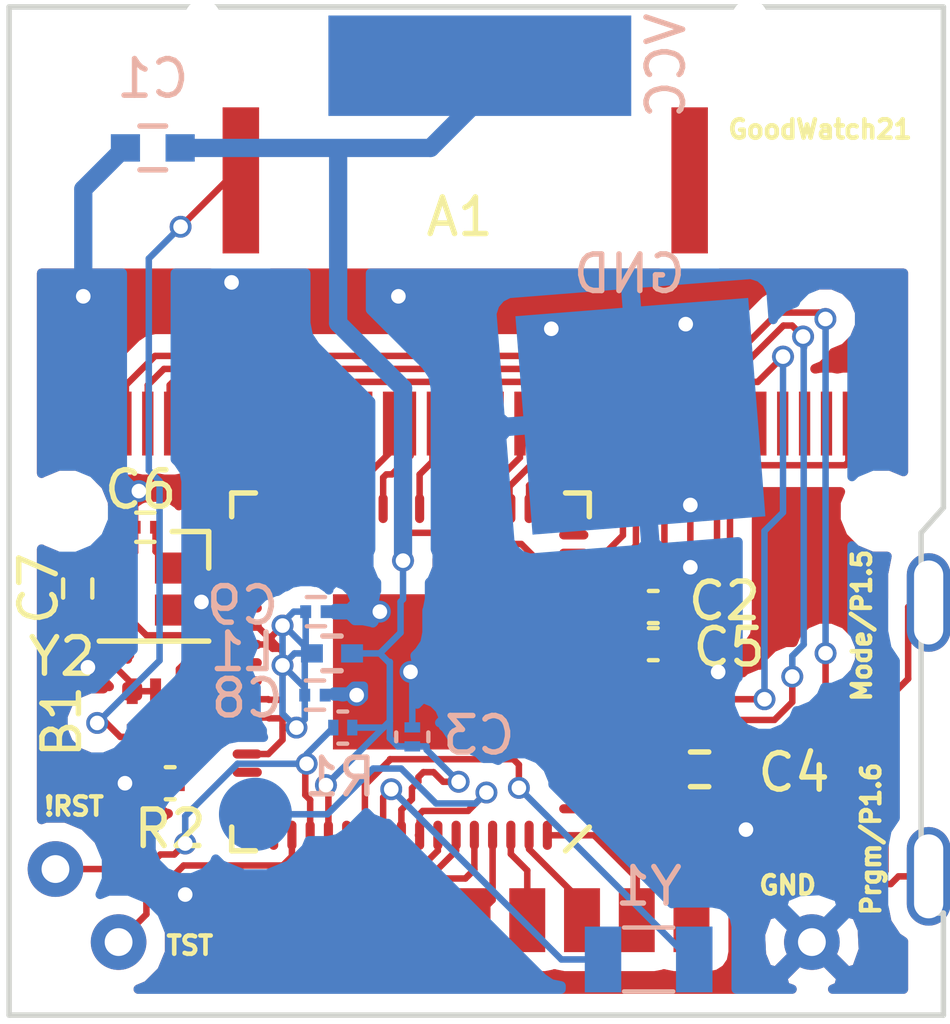
<source format=kicad_pcb>
(kicad_pcb (version 4) (host pcbnew 4.0.5+dfsg1-4)

  (general
    (links 88)
    (no_connects 0)
    (area 96.524999 58.715199 122.278201 86.475001)
    (thickness 1.6)
    (drawings 14)
    (tracks 488)
    (zones 0)
    (modules 20)
    (nets 67)
  )

  (page A4)
  (layers
    (0 F.Cu signal)
    (31 B.Cu signal)
    (32 B.Adhes user)
    (33 F.Adhes user)
    (34 B.Paste user)
    (35 F.Paste user)
    (36 B.SilkS user)
    (37 F.SilkS user)
    (38 B.Mask user)
    (39 F.Mask user)
    (40 Dwgs.User user)
    (41 Cmts.User user)
    (42 Eco1.User user)
    (43 Eco2.User user)
    (44 Edge.Cuts user)
    (45 Margin user)
    (46 B.CrtYd user)
    (47 F.CrtYd user)
    (48 B.Fab user hide)
    (49 F.Fab user hide)
  )

  (setup
    (last_trace_width 0.1778)
    (trace_clearance 0.1778)
    (zone_clearance 0.508)
    (zone_45_only no)
    (trace_min 0.125)
    (segment_width 0.02)
    (edge_width 0.15)
    (via_size 0.6)
    (via_drill 0.4)
    (via_min_size 0.3)
    (via_min_drill 0.2032)
    (uvia_size 0.3)
    (uvia_drill 0.1)
    (uvias_allowed no)
    (uvia_min_size 0.2)
    (uvia_min_drill 0.1)
    (pcb_text_width 0.3)
    (pcb_text_size 0.5 0.5)
    (mod_edge_width 0.01)
    (mod_text_size 1 1)
    (mod_text_width 0.01)
    (pad_size 1.524 1.524)
    (pad_drill 0.762)
    (pad_to_mask_clearance 0.05)
    (aux_axis_origin 96.6 86.4)
    (visible_elements FFFFEFFF)
    (pcbplotparams
      (layerselection 0x010f0_80000001)
      (usegerberextensions true)
      (excludeedgelayer true)
      (linewidth 0.100000)
      (plotframeref false)
      (viasonmask false)
      (mode 1)
      (useauxorigin false)
      (hpglpennumber 1)
      (hpglpenspeed 20)
      (hpglpendiameter 15)
      (hpglpenoverlay 2)
      (psnegative false)
      (psa4output false)
      (plotreference true)
      (plotvalue true)
      (plotinvisibletext false)
      (padsonsilk false)
      (subtractmaskfromsilk false)
      (outputformat 1)
      (mirror false)
      (drillshape 0)
      (scaleselection 1)
      (outputdirectory gerbers/))
  )

  (net 0 "")
  (net 1 "Net-(LCD1-Pad1)")
  (net 2 "Net-(LCD1-Pad5)")
  (net 3 "Net-(LCD1-Pad6)")
  (net 4 "Net-(LCD1-Pad7)")
  (net 5 "Net-(LCD1-Pad8)")
  (net 6 "Net-(LCD1-Pad9)")
  (net 7 "Net-(LCD1-Pad10)")
  (net 8 "Net-(LCD1-Pad11)")
  (net 9 "Net-(LCD1-Pad12)")
  (net 10 "Net-(LCD1-Pad13)")
  (net 11 "Net-(LCD1-Pad14)")
  (net 12 "Net-(LCD1-Pad15)")
  (net 13 "Net-(LCD1-Pad16)")
  (net 14 "Net-(LCD1-Pad17)")
  (net 15 "Net-(LCD1-Pad18)")
  (net 16 "Net-(LCD1-Pad19)")
  (net 17 "Net-(LCD1-Pad20)")
  (net 18 "Net-(LCD1-Pad21)")
  (net 19 "Net-(LCD1-Pad22)")
  (net 20 "Net-(LCD1-Pad23)")
  (net 21 "Net-(LCD1-Pad24)")
  (net 22 "Net-(LCD1-Pad25)")
  (net 23 "Net-(LCD1-Pad26)")
  (net 24 "Net-(LCD1-Pad27)")
  (net 25 "Net-(LCD1-Pad28)")
  (net 26 "Net-(LCD1-Pad29)")
  (net 27 "Net-(LCD1-Pad30)")
  (net 28 "Net-(LCD1-Pad31)")
  (net 29 "Net-(LCD1-Pad32)")
  (net 30 "Net-(LCD1-Pad33)")
  (net 31 "Net-(LCD1-Pad34)")
  (net 32 "Net-(BRD1-Pad4)")
  (net 33 "Net-(BRD1-Pad3)")
  (net 34 "Net-(KPD1-Pad1)")
  (net 35 "Net-(KPD1-Pad2)")
  (net 36 "Net-(KPD1-Pad3)")
  (net 37 "Net-(KPD1-Pad4)")
  (net 38 "Net-(KPD1-Pad5)")
  (net 39 "Net-(KPD1-Pad6)")
  (net 40 "Net-(KPD1-Pad7)")
  (net 41 "Net-(KPD1-Pad8)")
  (net 42 "Net-(KPD1-Pad9)")
  (net 43 GND)
  (net 44 VCC)
  (net 45 "Net-(U1-Pad46)")
  (net 46 "Net-(U1-Pad47)")
  (net 47 "Net-(U1-Pad48)")
  (net 48 "Net-(U1-Pad49)")
  (net 49 "Net-(U1-Pad54)")
  (net 50 "Net-(U1-Pad55)")
  (net 51 /TST)
  (net 52 /!RST)
  (net 53 /COM0)
  (net 54 /COM1)
  (net 55 /COM2)
  (net 56 /VCORE)
  (net 57 "Net-(LCD1-Pad35)")
  (net 58 /LCDCAP)
  (net 59 /RF_P)
  (net 60 /RF_N)
  (net 61 "Net-(A1-Pad1)")
  (net 62 "Net-(R2-Pad1)")
  (net 63 /RF_XIN)
  (net 64 /RF_XOUT)
  (net 65 /RFVCC)
  (net 66 /BUZZ)

  (net_class Default "This is the default net class."
    (clearance 0.1778)
    (trace_width 0.1778)
    (via_dia 0.6)
    (via_drill 0.4)
    (uvia_dia 0.3)
    (uvia_drill 0.1)
    (add_net /!RST)
    (add_net /BUZZ)
    (add_net /COM0)
    (add_net /COM1)
    (add_net /COM2)
    (add_net /LCDCAP)
    (add_net /RFVCC)
    (add_net /RF_N)
    (add_net /RF_P)
    (add_net /RF_XIN)
    (add_net /RF_XOUT)
    (add_net /TST)
    (add_net /VCORE)
    (add_net GND)
    (add_net "Net-(A1-Pad1)")
    (add_net "Net-(BRD1-Pad3)")
    (add_net "Net-(BRD1-Pad4)")
    (add_net "Net-(KPD1-Pad1)")
    (add_net "Net-(KPD1-Pad2)")
    (add_net "Net-(KPD1-Pad3)")
    (add_net "Net-(KPD1-Pad4)")
    (add_net "Net-(KPD1-Pad5)")
    (add_net "Net-(KPD1-Pad6)")
    (add_net "Net-(KPD1-Pad7)")
    (add_net "Net-(KPD1-Pad8)")
    (add_net "Net-(KPD1-Pad9)")
    (add_net "Net-(LCD1-Pad1)")
    (add_net "Net-(LCD1-Pad10)")
    (add_net "Net-(LCD1-Pad11)")
    (add_net "Net-(LCD1-Pad12)")
    (add_net "Net-(LCD1-Pad13)")
    (add_net "Net-(LCD1-Pad14)")
    (add_net "Net-(LCD1-Pad15)")
    (add_net "Net-(LCD1-Pad16)")
    (add_net "Net-(LCD1-Pad17)")
    (add_net "Net-(LCD1-Pad18)")
    (add_net "Net-(LCD1-Pad19)")
    (add_net "Net-(LCD1-Pad20)")
    (add_net "Net-(LCD1-Pad21)")
    (add_net "Net-(LCD1-Pad22)")
    (add_net "Net-(LCD1-Pad23)")
    (add_net "Net-(LCD1-Pad24)")
    (add_net "Net-(LCD1-Pad25)")
    (add_net "Net-(LCD1-Pad26)")
    (add_net "Net-(LCD1-Pad27)")
    (add_net "Net-(LCD1-Pad28)")
    (add_net "Net-(LCD1-Pad29)")
    (add_net "Net-(LCD1-Pad30)")
    (add_net "Net-(LCD1-Pad31)")
    (add_net "Net-(LCD1-Pad32)")
    (add_net "Net-(LCD1-Pad33)")
    (add_net "Net-(LCD1-Pad34)")
    (add_net "Net-(LCD1-Pad35)")
    (add_net "Net-(LCD1-Pad5)")
    (add_net "Net-(LCD1-Pad6)")
    (add_net "Net-(LCD1-Pad7)")
    (add_net "Net-(LCD1-Pad8)")
    (add_net "Net-(LCD1-Pad9)")
    (add_net "Net-(R2-Pad1)")
    (add_net "Net-(U1-Pad46)")
    (add_net "Net-(U1-Pad47)")
    (add_net "Net-(U1-Pad48)")
    (add_net "Net-(U1-Pad49)")
    (add_net "Net-(U1-Pad54)")
    (add_net "Net-(U1-Pad55)")
    (add_net VCC)
  )

  (module AAgoodwatch21:ca53lcd (layer F.Cu) (tedit 58F28911) (tstamp 58F28E24)
    (at 99 70.2)
    (path /58F11D4F)
    (fp_text reference LCD1 (at 7.9 2.7) (layer F.SilkS) hide
      (effects (font (size 1 1) (thickness 0.15)))
    )
    (fp_text value CA53LCD (at 9.7 -2.4) (layer F.Fab) hide
      (effects (font (size 1 1) (thickness 0.15)))
    )
    (pad 1 connect rect (at 0.2 0) (size 0.31 1.75) (layers F.Cu F.Mask)
      (net 1 "Net-(LCD1-Pad1)"))
    (pad 2 connect rect (at 0.8 0) (size 0.31 1.75) (layers F.Cu F.Mask)
      (net 53 /COM0))
    (pad 3 connect rect (at 1.4 0) (size 0.31 1.75) (layers F.Cu F.Mask)
      (net 54 /COM1))
    (pad 4 connect rect (at 2 0) (size 0.31 1.75) (layers F.Cu F.Mask)
      (net 55 /COM2))
    (pad 5 connect rect (at 2.6 0) (size 0.31 1.75) (layers F.Cu F.Mask)
      (net 2 "Net-(LCD1-Pad5)"))
    (pad 6 connect rect (at 3.2 0) (size 0.31 1.75) (layers F.Cu F.Mask)
      (net 3 "Net-(LCD1-Pad6)"))
    (pad 7 connect rect (at 3.8 0) (size 0.31 1.75) (layers F.Cu F.Mask)
      (net 4 "Net-(LCD1-Pad7)"))
    (pad 8 connect rect (at 4.4 0) (size 0.31 1.75) (layers F.Cu F.Mask)
      (net 5 "Net-(LCD1-Pad8)"))
    (pad 9 connect rect (at 5 0) (size 0.31 1.75) (layers F.Cu F.Mask)
      (net 6 "Net-(LCD1-Pad9)"))
    (pad 10 connect rect (at 5.6 0) (size 0.31 1.75) (layers F.Cu F.Mask)
      (net 7 "Net-(LCD1-Pad10)"))
    (pad 11 connect rect (at 6.2 0) (size 0.31 1.75) (layers F.Cu F.Mask)
      (net 8 "Net-(LCD1-Pad11)"))
    (pad 12 connect rect (at 6.8 0) (size 0.31 1.75) (layers F.Cu F.Mask)
      (net 9 "Net-(LCD1-Pad12)"))
    (pad 13 connect rect (at 7.4 0) (size 0.31 1.75) (layers F.Cu F.Mask)
      (net 10 "Net-(LCD1-Pad13)"))
    (pad 14 connect rect (at 8 0) (size 0.31 1.75) (layers F.Cu F.Mask)
      (net 11 "Net-(LCD1-Pad14)"))
    (pad 15 connect rect (at 8.6 0) (size 0.31 1.75) (layers F.Cu F.Mask)
      (net 12 "Net-(LCD1-Pad15)"))
    (pad 16 connect rect (at 9.2 0) (size 0.31 1.75) (layers F.Cu F.Mask)
      (net 13 "Net-(LCD1-Pad16)"))
    (pad 17 connect rect (at 9.8 0) (size 0.31 1.75) (layers F.Cu F.Mask)
      (net 14 "Net-(LCD1-Pad17)"))
    (pad 18 connect rect (at 10.4 0) (size 0.31 1.75) (layers F.Cu F.Mask)
      (net 15 "Net-(LCD1-Pad18)"))
    (pad 19 connect rect (at 11 0) (size 0.31 1.75) (layers F.Cu F.Mask)
      (net 16 "Net-(LCD1-Pad19)"))
    (pad 20 connect rect (at 11.6 0) (size 0.31 1.75) (layers F.Cu F.Mask)
      (net 17 "Net-(LCD1-Pad20)"))
    (pad 21 connect rect (at 12.2 0) (size 0.31 1.75) (layers F.Cu F.Mask)
      (net 18 "Net-(LCD1-Pad21)"))
    (pad 22 connect rect (at 12.8 0) (size 0.31 1.75) (layers F.Cu F.Mask)
      (net 19 "Net-(LCD1-Pad22)"))
    (pad 23 connect rect (at 13.4 0) (size 0.31 1.75) (layers F.Cu F.Mask)
      (net 20 "Net-(LCD1-Pad23)"))
    (pad 24 connect rect (at 14 0) (size 0.31 1.75) (layers F.Cu F.Mask)
      (net 21 "Net-(LCD1-Pad24)"))
    (pad 25 connect rect (at 14.6 0) (size 0.31 1.75) (layers F.Cu F.Mask)
      (net 22 "Net-(LCD1-Pad25)"))
    (pad 26 connect rect (at 15.2 0) (size 0.31 1.75) (layers F.Cu F.Mask)
      (net 23 "Net-(LCD1-Pad26)"))
    (pad 27 connect rect (at 15.8 0) (size 0.31 1.75) (layers F.Cu F.Mask)
      (net 24 "Net-(LCD1-Pad27)"))
    (pad 28 connect rect (at 16.4 0) (size 0.31 1.75) (layers F.Cu F.Mask)
      (net 25 "Net-(LCD1-Pad28)"))
    (pad 29 connect rect (at 17 0) (size 0.31 1.75) (layers F.Cu F.Mask)
      (net 26 "Net-(LCD1-Pad29)"))
    (pad 30 connect rect (at 17.6 0) (size 0.31 1.75) (layers F.Cu F.Mask)
      (net 27 "Net-(LCD1-Pad30)"))
    (pad 31 connect rect (at 18.2 0) (size 0.31 1.75) (layers F.Cu F.Mask)
      (net 28 "Net-(LCD1-Pad31)"))
    (pad 32 connect rect (at 18.8 0) (size 0.31 1.75) (layers F.Cu F.Mask)
      (net 29 "Net-(LCD1-Pad32)"))
    (pad 33 connect rect (at 19.4 0) (size 0.31 1.75) (layers F.Cu F.Mask)
      (net 30 "Net-(LCD1-Pad33)"))
    (pad 34 connect rect (at 20 0) (size 0.31 1.75) (layers F.Cu F.Mask)
      (net 31 "Net-(LCD1-Pad34)"))
    (pad 35 connect rect (at 20.6 0) (size 0.31 1.75) (layers F.Cu F.Mask)
      (net 57 "Net-(LCD1-Pad35)"))
  )

  (module Crystals:Crystal_SMD_3215-2pin_3.2x1.5mm (layer B.Cu) (tedit 58CD2E9C) (tstamp 58F2CD65)
    (at 114.126 84.876 180)
    (descr "SMD Crystal FC-135 https://support.epson.biz/td/api/doc_check.php?dl=brief_FC-135R_en.pdf")
    (tags "SMD SMT Crystal")
    (path /58F2817E)
    (attr smd)
    (fp_text reference Y1 (at 0 2 180) (layer B.SilkS)
      (effects (font (size 1 1) (thickness 0.15)) (justify mirror))
    )
    (fp_text value 32.768kHz (at 1.524 3.302 180) (layer B.Fab)
      (effects (font (size 1 1) (thickness 0.15)) (justify mirror))
    )
    (fp_text user %R (at 0 2 180) (layer B.Fab)
      (effects (font (size 1 1) (thickness 0.15)) (justify mirror))
    )
    (fp_line (start -2 1.15) (end 2 1.15) (layer B.CrtYd) (width 0.05))
    (fp_line (start -1.6 0.75) (end -1.6 -0.75) (layer B.Fab) (width 0.1))
    (fp_line (start -0.675 -0.875) (end 0.675 -0.875) (layer B.SilkS) (width 0.12))
    (fp_line (start -0.675 0.875) (end 0.675 0.875) (layer B.SilkS) (width 0.12))
    (fp_line (start 1.6 0.75) (end 1.6 -0.75) (layer B.Fab) (width 0.1))
    (fp_line (start -1.6 0.75) (end 1.6 0.75) (layer B.Fab) (width 0.1))
    (fp_line (start -1.6 -0.75) (end 1.6 -0.75) (layer B.Fab) (width 0.1))
    (fp_line (start -2 -1.15) (end 2 -1.15) (layer B.CrtYd) (width 0.05))
    (fp_line (start -2 1.15) (end -2 -1.15) (layer B.CrtYd) (width 0.05))
    (fp_line (start 2 1.15) (end 2 -1.15) (layer B.CrtYd) (width 0.05))
    (pad 1 smd rect (at 1.25 0 180) (size 1 1.8) (layers B.Cu B.Paste B.Mask)
      (net 50 "Net-(U1-Pad55)"))
    (pad 2 smd rect (at -1.25 0 180) (size 1 1.8) (layers B.Cu B.Paste B.Mask)
      (net 49 "Net-(U1-Pad54)"))
    (model Crystals.3dshapes/Crystal_SMD_5032_2Pads.wrl
      (at (xyz 0 0 0))
      (scale (xyz 0.2 0.2 0.2))
      (rotate (xyz 0 0 0))
    )
  )

  (module Inductors_SMD:L_0402 (layer B.Cu) (tedit 5415D599) (tstamp 59E39CAB)
    (at 105.448 76.494)
    (descr "Inductor SMD 0402, reflow soldering")
    (tags "inductor 0402")
    (path /59E2854B)
    (attr smd)
    (fp_text reference L1 (at -2.451 -0.04) (layer B.SilkS)
      (effects (font (size 1 1) (thickness 0.15)) (justify mirror))
    )
    (fp_text value L_Small (at 0 -1.7) (layer B.Fab)
      (effects (font (size 1 1) (thickness 0.15)) (justify mirror))
    )
    (fp_line (start -0.5 -0.25) (end -0.5 0.25) (layer B.Fab) (width 0.15))
    (fp_line (start 0.5 -0.25) (end -0.5 -0.25) (layer B.Fab) (width 0.15))
    (fp_line (start 0.5 0.25) (end 0.5 -0.25) (layer B.Fab) (width 0.15))
    (fp_line (start -0.5 0.25) (end 0.5 0.25) (layer B.Fab) (width 0.15))
    (fp_line (start -1.15 0.6) (end 1.15 0.6) (layer B.CrtYd) (width 0.05))
    (fp_line (start -1.15 -0.6) (end 1.15 -0.6) (layer B.CrtYd) (width 0.05))
    (fp_line (start -1.15 0.6) (end -1.15 -0.6) (layer B.CrtYd) (width 0.05))
    (fp_line (start 1.15 0.6) (end 1.15 -0.6) (layer B.CrtYd) (width 0.05))
    (fp_line (start 0.25 0.475) (end -0.25 0.475) (layer B.SilkS) (width 0.15))
    (fp_line (start -0.25 -0.475) (end 0.25 -0.475) (layer B.SilkS) (width 0.15))
    (pad 1 smd rect (at -0.55 0) (size 0.6 0.5) (layers B.Cu B.Paste B.Mask)
      (net 65 /RFVCC))
    (pad 2 smd rect (at 0.55 0) (size 0.6 0.5) (layers B.Cu B.Paste B.Mask)
      (net 44 VCC))
    (model Capacitors_SMD.3dshapes/C_0402.wrl
      (at (xyz 0 0 0))
      (scale (xyz 1 1 1))
      (rotate (xyz 0 0 0))
    )
  )

  (module Capacitors_SMD:C_0201 (layer B.Cu) (tedit 58AA83DF) (tstamp 59E2B3BF)
    (at 105.008 75.351)
    (descr "Capacitor SMD 0201, reflow soldering, AVX (see smccp.pdf)")
    (tags "capacitor 0201")
    (path /59E28F57)
    (attr smd)
    (fp_text reference C9 (at -2.011 -0.167) (layer B.SilkS)
      (effects (font (size 1 1) (thickness 0.15)) (justify mirror))
    )
    (fp_text value 0.1uF (at 0 -1.27) (layer B.Fab)
      (effects (font (size 1 1) (thickness 0.15)) (justify mirror))
    )
    (fp_text user %R (at 0 1.27) (layer B.Fab)
      (effects (font (size 1 1) (thickness 0.15)) (justify mirror))
    )
    (fp_line (start -0.3 -0.15) (end -0.3 0.15) (layer B.Fab) (width 0.1))
    (fp_line (start 0.3 -0.15) (end -0.3 -0.15) (layer B.Fab) (width 0.1))
    (fp_line (start 0.3 0.15) (end 0.3 -0.15) (layer B.Fab) (width 0.1))
    (fp_line (start -0.3 0.15) (end 0.3 0.15) (layer B.Fab) (width 0.1))
    (fp_line (start 0.25 -0.4) (end -0.25 -0.4) (layer B.SilkS) (width 0.12))
    (fp_line (start -0.25 0.4) (end 0.25 0.4) (layer B.SilkS) (width 0.12))
    (fp_line (start -0.58 0.33) (end 0.58 0.33) (layer B.CrtYd) (width 0.05))
    (fp_line (start -0.58 0.33) (end -0.58 -0.32) (layer B.CrtYd) (width 0.05))
    (fp_line (start 0.58 -0.32) (end 0.58 0.33) (layer B.CrtYd) (width 0.05))
    (fp_line (start 0.58 -0.32) (end -0.58 -0.32) (layer B.CrtYd) (width 0.05))
    (pad 1 smd rect (at -0.28 0) (size 0.3 0.35) (layers B.Cu B.Paste B.Mask)
      (net 65 /RFVCC))
    (pad 2 smd rect (at 0.28 0) (size 0.3 0.35) (layers B.Cu B.Paste B.Mask)
      (net 43 GND))
    (model Capacitors_SMD.3dshapes/C_0201.wrl
      (at (xyz 0 0 0))
      (scale (xyz 1 1 1))
      (rotate (xyz 0 0 0))
    )
  )

  (module Capacitors_SMD:C_0201 (layer B.Cu) (tedit 58AA83DF) (tstamp 59E2B3AE)
    (at 104.982 77.637)
    (descr "Capacitor SMD 0201, reflow soldering, AVX (see smccp.pdf)")
    (tags "capacitor 0201")
    (path /59E28B92)
    (attr smd)
    (fp_text reference C8 (at -1.858 0.087) (layer B.SilkS)
      (effects (font (size 1 1) (thickness 0.15)) (justify mirror))
    )
    (fp_text value 0.1uF (at 0 -1.27) (layer B.Fab)
      (effects (font (size 1 1) (thickness 0.15)) (justify mirror))
    )
    (fp_text user %R (at 0 1.27) (layer B.Fab)
      (effects (font (size 1 1) (thickness 0.15)) (justify mirror))
    )
    (fp_line (start -0.3 -0.15) (end -0.3 0.15) (layer B.Fab) (width 0.1))
    (fp_line (start 0.3 -0.15) (end -0.3 -0.15) (layer B.Fab) (width 0.1))
    (fp_line (start 0.3 0.15) (end 0.3 -0.15) (layer B.Fab) (width 0.1))
    (fp_line (start -0.3 0.15) (end 0.3 0.15) (layer B.Fab) (width 0.1))
    (fp_line (start 0.25 -0.4) (end -0.25 -0.4) (layer B.SilkS) (width 0.12))
    (fp_line (start -0.25 0.4) (end 0.25 0.4) (layer B.SilkS) (width 0.12))
    (fp_line (start -0.58 0.33) (end 0.58 0.33) (layer B.CrtYd) (width 0.05))
    (fp_line (start -0.58 0.33) (end -0.58 -0.32) (layer B.CrtYd) (width 0.05))
    (fp_line (start 0.58 -0.32) (end 0.58 0.33) (layer B.CrtYd) (width 0.05))
    (fp_line (start 0.58 -0.32) (end -0.58 -0.32) (layer B.CrtYd) (width 0.05))
    (pad 1 smd rect (at -0.28 0) (size 0.3 0.35) (layers B.Cu B.Paste B.Mask)
      (net 65 /RFVCC))
    (pad 2 smd rect (at 0.28 0) (size 0.3 0.35) (layers B.Cu B.Paste B.Mask)
      (net 43 GND))
    (model Capacitors_SMD.3dshapes/C_0201.wrl
      (at (xyz 0 0 0))
      (scale (xyz 1 1 1))
      (rotate (xyz 0 0 0))
    )
  )

  (module GoodWatch20:0433bm15a0001 (layer F.Cu) (tedit 59E25BCA) (tstamp 59E25F82)
    (at 100.6132 78.78 180)
    (path /59D2E4F9)
    (fp_text reference B1 (at 2.5692 0.421 270) (layer F.SilkS)
      (effects (font (size 1 1) (thickness 0.15)))
    )
    (fp_text value 0433bm15a0001 (at 0 -1.25 180) (layer F.Fab)
      (effects (font (size 1 1) (thickness 0.15)))
    )
    (pad 1 smd rect (at 0.64 0 180) (size 0.3 0.7) (layers F.Cu F.Paste F.Mask)
      (net 61 "Net-(A1-Pad1)"))
    (pad 2 smd rect (at 0 0 180) (size 0.3 0.7) (layers F.Cu F.Paste F.Mask)
      (net 43 GND))
    (pad 3 smd rect (at -0.64 0 180) (size 0.3 0.7) (layers F.Cu F.Paste F.Mask)
      (net 60 /RF_N))
    (pad 4 smd rect (at -0.64 1.25 180) (size 0.3 0.7) (layers F.Cu F.Paste F.Mask)
      (net 59 /RF_P))
    (pad 5 smd rect (at 0 1.25 180) (size 0.3 0.7) (layers F.Cu F.Paste F.Mask)
      (net 43 GND))
    (pad 6 smd rect (at 0.64 1.25 180) (size 0.3 0.7) (layers F.Cu F.Paste F.Mask)
      (net 43 GND))
  )

  (module Capacitors_SMD:C_0201 (layer F.Cu) (tedit 58AA83DF) (tstamp 59DBB2C3)
    (at 98.4796 74.716 90)
    (descr "Capacitor SMD 0201, reflow soldering, AVX (see smccp.pdf)")
    (tags "capacitor 0201")
    (path /59D3F397)
    (attr smd)
    (fp_text reference C7 (at 0 -1.0706 90) (layer F.SilkS)
      (effects (font (size 1 1) (thickness 0.15)))
    )
    (fp_text value 19pF (at 0 1.27 90) (layer F.Fab)
      (effects (font (size 1 1) (thickness 0.15)))
    )
    (fp_text user %R (at 0 -1.27 90) (layer F.Fab)
      (effects (font (size 1 1) (thickness 0.15)))
    )
    (fp_line (start -0.3 0.15) (end -0.3 -0.15) (layer F.Fab) (width 0.1))
    (fp_line (start 0.3 0.15) (end -0.3 0.15) (layer F.Fab) (width 0.1))
    (fp_line (start 0.3 -0.15) (end 0.3 0.15) (layer F.Fab) (width 0.1))
    (fp_line (start -0.3 -0.15) (end 0.3 -0.15) (layer F.Fab) (width 0.1))
    (fp_line (start 0.25 0.4) (end -0.25 0.4) (layer F.SilkS) (width 0.12))
    (fp_line (start -0.25 -0.4) (end 0.25 -0.4) (layer F.SilkS) (width 0.12))
    (fp_line (start -0.58 -0.33) (end 0.58 -0.33) (layer F.CrtYd) (width 0.05))
    (fp_line (start -0.58 -0.33) (end -0.58 0.32) (layer F.CrtYd) (width 0.05))
    (fp_line (start 0.58 0.32) (end 0.58 -0.33) (layer F.CrtYd) (width 0.05))
    (fp_line (start 0.58 0.32) (end -0.58 0.32) (layer F.CrtYd) (width 0.05))
    (pad 1 smd rect (at -0.28 0 90) (size 0.3 0.35) (layers F.Cu F.Paste F.Mask)
      (net 64 /RF_XOUT))
    (pad 2 smd rect (at 0.28 0 90) (size 0.3 0.35) (layers F.Cu F.Paste F.Mask)
      (net 43 GND))
    (model Capacitors_SMD.3dshapes/C_0201.wrl
      (at (xyz 0 0 0))
      (scale (xyz 1 1 1))
      (rotate (xyz 0 0 0))
    )
  )

  (module Capacitors_SMD:C_0201 (layer F.Cu) (tedit 58AA83DF) (tstamp 59DBB2B3)
    (at 100.3332 73.0396 180)
    (descr "Capacitor SMD 0201, reflow soldering, AVX (see smccp.pdf)")
    (tags "capacitor 0201")
    (path /59D3F241)
    (attr smd)
    (fp_text reference C6 (at 0.1302 1.0306 180) (layer F.SilkS)
      (effects (font (size 1 1) (thickness 0.15)))
    )
    (fp_text value 19pF (at 0 1.27 180) (layer F.Fab)
      (effects (font (size 1 1) (thickness 0.15)))
    )
    (fp_text user %R (at 0 -1.27 180) (layer F.Fab)
      (effects (font (size 1 1) (thickness 0.15)))
    )
    (fp_line (start -0.3 0.15) (end -0.3 -0.15) (layer F.Fab) (width 0.1))
    (fp_line (start 0.3 0.15) (end -0.3 0.15) (layer F.Fab) (width 0.1))
    (fp_line (start 0.3 -0.15) (end 0.3 0.15) (layer F.Fab) (width 0.1))
    (fp_line (start -0.3 -0.15) (end 0.3 -0.15) (layer F.Fab) (width 0.1))
    (fp_line (start 0.25 0.4) (end -0.25 0.4) (layer F.SilkS) (width 0.12))
    (fp_line (start -0.25 -0.4) (end 0.25 -0.4) (layer F.SilkS) (width 0.12))
    (fp_line (start -0.58 -0.33) (end 0.58 -0.33) (layer F.CrtYd) (width 0.05))
    (fp_line (start -0.58 -0.33) (end -0.58 0.32) (layer F.CrtYd) (width 0.05))
    (fp_line (start 0.58 0.32) (end 0.58 -0.33) (layer F.CrtYd) (width 0.05))
    (fp_line (start 0.58 0.32) (end -0.58 0.32) (layer F.CrtYd) (width 0.05))
    (pad 1 smd rect (at -0.28 0 180) (size 0.3 0.35) (layers F.Cu F.Paste F.Mask)
      (net 63 /RF_XIN))
    (pad 2 smd rect (at 0.28 0 180) (size 0.3 0.35) (layers F.Cu F.Paste F.Mask)
      (net 43 GND))
    (model Capacitors_SMD.3dshapes/C_0201.wrl
      (at (xyz 0 0 0))
      (scale (xyz 1 1 1))
      (rotate (xyz 0 0 0))
    )
  )

  (module Resistors_SMD:R_0201 (layer F.Cu) (tedit 58E0A804) (tstamp 59DBB198)
    (at 101.0136 80.05 180)
    (descr "Resistor SMD 0201, reflow soldering, Vishay (see crcw0201e3.pdf)")
    (tags "resistor 0201")
    (path /59D2FA2B)
    (attr smd)
    (fp_text reference R2 (at 0 -1.25 180) (layer F.SilkS)
      (effects (font (size 1 1) (thickness 0.15)))
    )
    (fp_text value 56k (at 0 1.3 180) (layer F.Fab)
      (effects (font (size 1 1) (thickness 0.15)))
    )
    (fp_text user %R (at 0 -1.25 180) (layer F.Fab)
      (effects (font (size 1 1) (thickness 0.15)))
    )
    (fp_line (start -0.3 0.15) (end -0.3 -0.15) (layer F.Fab) (width 0.1))
    (fp_line (start 0.3 0.15) (end -0.3 0.15) (layer F.Fab) (width 0.1))
    (fp_line (start 0.3 -0.15) (end 0.3 0.15) (layer F.Fab) (width 0.1))
    (fp_line (start -0.3 -0.15) (end 0.3 -0.15) (layer F.Fab) (width 0.1))
    (fp_line (start 0.12 -0.44) (end -0.12 -0.44) (layer F.SilkS) (width 0.12))
    (fp_line (start -0.12 0.44) (end 0.12 0.44) (layer F.SilkS) (width 0.12))
    (fp_line (start -0.55 -0.37) (end 0.55 -0.37) (layer F.CrtYd) (width 0.05))
    (fp_line (start -0.55 -0.37) (end -0.55 0.36) (layer F.CrtYd) (width 0.05))
    (fp_line (start 0.55 0.36) (end 0.55 -0.37) (layer F.CrtYd) (width 0.05))
    (fp_line (start 0.55 0.36) (end -0.55 0.36) (layer F.CrtYd) (width 0.05))
    (pad 1 smd rect (at -0.26 0 180) (size 0.28 0.43) (layers F.Cu F.Paste F.Mask)
      (net 62 "Net-(R2-Pad1)"))
    (pad 2 smd rect (at 0.26 0 180) (size 0.28 0.43) (layers F.Cu F.Paste F.Mask)
      (net 43 GND))
    (model ${KISYS3DMOD}/Resistors_SMD.3dshapes/R_0201.wrl
      (at (xyz 0 0 0))
      (scale (xyz 1 1 1))
      (rotate (xyz 0 0 0))
    )
  )

  (module Resistors_SMD:R_0201 (layer B.Cu) (tedit 58E0A804) (tstamp 59DB9FC1)
    (at 105.744 78.526 180)
    (descr "Resistor SMD 0201, reflow soldering, Vishay (see crcw0201e3.pdf)")
    (tags "resistor 0201")
    (path /59DB970E)
    (attr smd)
    (fp_text reference R1 (at 0.08 -1.357 180) (layer B.SilkS)
      (effects (font (size 1 1) (thickness 0.15)) (justify mirror))
    )
    (fp_text value 75k (at 0 -1.3 180) (layer B.Fab)
      (effects (font (size 1 1) (thickness 0.15)) (justify mirror))
    )
    (fp_text user %R (at 0 1.25 180) (layer B.Fab)
      (effects (font (size 1 1) (thickness 0.15)) (justify mirror))
    )
    (fp_line (start -0.3 -0.15) (end -0.3 0.15) (layer B.Fab) (width 0.1))
    (fp_line (start 0.3 -0.15) (end -0.3 -0.15) (layer B.Fab) (width 0.1))
    (fp_line (start 0.3 0.15) (end 0.3 -0.15) (layer B.Fab) (width 0.1))
    (fp_line (start -0.3 0.15) (end 0.3 0.15) (layer B.Fab) (width 0.1))
    (fp_line (start 0.12 0.44) (end -0.12 0.44) (layer B.SilkS) (width 0.12))
    (fp_line (start -0.12 -0.44) (end 0.12 -0.44) (layer B.SilkS) (width 0.12))
    (fp_line (start -0.55 0.37) (end 0.55 0.37) (layer B.CrtYd) (width 0.05))
    (fp_line (start -0.55 0.37) (end -0.55 -0.36) (layer B.CrtYd) (width 0.05))
    (fp_line (start 0.55 -0.36) (end 0.55 0.37) (layer B.CrtYd) (width 0.05))
    (fp_line (start 0.55 -0.36) (end -0.55 -0.36) (layer B.CrtYd) (width 0.05))
    (pad 1 smd rect (at -0.26 0 180) (size 0.28 0.43) (layers B.Cu B.Paste B.Mask)
      (net 44 VCC))
    (pad 2 smd rect (at 0.26 0 180) (size 0.28 0.43) (layers B.Cu B.Paste B.Mask)
      (net 52 /!RST))
    (model ${KISYS3DMOD}/Resistors_SMD.3dshapes/R_0201.wrl
      (at (xyz 0 0 0))
      (scale (xyz 1 1 1))
      (rotate (xyz 0 0 0))
    )
  )

  (module Resistors_SMD:R_0201 (layer F.Cu) (tedit 58E0A804) (tstamp 59DB9FB1)
    (at 114.253 76.24)
    (descr "Resistor SMD 0201, reflow soldering, Vishay (see crcw0201e3.pdf)")
    (tags "resistor 0201")
    (path /59A89285)
    (attr smd)
    (fp_text reference C5 (at 2.079 0.087) (layer F.SilkS)
      (effects (font (size 1 1) (thickness 0.15)))
    )
    (fp_text value 0.47uF (at 0 1.3) (layer F.Fab)
      (effects (font (size 1 1) (thickness 0.15)))
    )
    (fp_text user %R (at 0 -1.25) (layer F.Fab)
      (effects (font (size 1 1) (thickness 0.15)))
    )
    (fp_line (start -0.3 0.15) (end -0.3 -0.15) (layer F.Fab) (width 0.1))
    (fp_line (start 0.3 0.15) (end -0.3 0.15) (layer F.Fab) (width 0.1))
    (fp_line (start 0.3 -0.15) (end 0.3 0.15) (layer F.Fab) (width 0.1))
    (fp_line (start -0.3 -0.15) (end 0.3 -0.15) (layer F.Fab) (width 0.1))
    (fp_line (start 0.12 -0.44) (end -0.12 -0.44) (layer F.SilkS) (width 0.12))
    (fp_line (start -0.12 0.44) (end 0.12 0.44) (layer F.SilkS) (width 0.12))
    (fp_line (start -0.55 -0.37) (end 0.55 -0.37) (layer F.CrtYd) (width 0.05))
    (fp_line (start -0.55 -0.37) (end -0.55 0.36) (layer F.CrtYd) (width 0.05))
    (fp_line (start 0.55 0.36) (end 0.55 -0.37) (layer F.CrtYd) (width 0.05))
    (fp_line (start 0.55 0.36) (end -0.55 0.36) (layer F.CrtYd) (width 0.05))
    (pad 1 smd rect (at -0.26 0) (size 0.28 0.43) (layers F.Cu F.Paste F.Mask)
      (net 56 /VCORE))
    (pad 2 smd rect (at 0.26 0) (size 0.28 0.43) (layers F.Cu F.Paste F.Mask)
      (net 43 GND))
    (model ${KISYS3DMOD}/Resistors_SMD.3dshapes/R_0201.wrl
      (at (xyz 0 0 0))
      (scale (xyz 1 1 1))
      (rotate (xyz 0 0 0))
    )
  )

  (module Resistors_SMD:R_0201 (layer B.Cu) (tedit 58E0A804) (tstamp 59DB9FA1)
    (at 107.649 78.78 90)
    (descr "Resistor SMD 0201, reflow soldering, Vishay (see crcw0201e3.pdf)")
    (tags "resistor 0201")
    (path /58F297DF)
    (attr smd)
    (fp_text reference C3 (at 0.04 1.825 180) (layer B.SilkS)
      (effects (font (size 1 1) (thickness 0.15)) (justify mirror))
    )
    (fp_text value 0.1uF (at 0 -1.3 90) (layer B.Fab)
      (effects (font (size 1 1) (thickness 0.15)) (justify mirror))
    )
    (fp_text user %R (at 0 1.25 90) (layer B.Fab)
      (effects (font (size 1 1) (thickness 0.15)) (justify mirror))
    )
    (fp_line (start -0.3 -0.15) (end -0.3 0.15) (layer B.Fab) (width 0.1))
    (fp_line (start 0.3 -0.15) (end -0.3 -0.15) (layer B.Fab) (width 0.1))
    (fp_line (start 0.3 0.15) (end 0.3 -0.15) (layer B.Fab) (width 0.1))
    (fp_line (start -0.3 0.15) (end 0.3 0.15) (layer B.Fab) (width 0.1))
    (fp_line (start 0.12 0.44) (end -0.12 0.44) (layer B.SilkS) (width 0.12))
    (fp_line (start -0.12 -0.44) (end 0.12 -0.44) (layer B.SilkS) (width 0.12))
    (fp_line (start -0.55 0.37) (end 0.55 0.37) (layer B.CrtYd) (width 0.05))
    (fp_line (start -0.55 0.37) (end -0.55 -0.36) (layer B.CrtYd) (width 0.05))
    (fp_line (start 0.55 -0.36) (end 0.55 0.37) (layer B.CrtYd) (width 0.05))
    (fp_line (start 0.55 -0.36) (end -0.55 -0.36) (layer B.CrtYd) (width 0.05))
    (pad 1 smd rect (at -0.26 0 90) (size 0.28 0.43) (layers B.Cu B.Paste B.Mask)
      (net 44 VCC))
    (pad 2 smd rect (at 0.26 0 90) (size 0.28 0.43) (layers B.Cu B.Paste B.Mask)
      (net 43 GND))
    (model ${KISYS3DMOD}/Resistors_SMD.3dshapes/R_0201.wrl
      (at (xyz 0 0 0))
      (scale (xyz 1 1 1))
      (rotate (xyz 0 0 0))
    )
  )

  (module Resistors_SMD:R_0201 (layer F.Cu) (tedit 58E0A804) (tstamp 59DB9F91)
    (at 114.253 75.224)
    (descr "Resistor SMD 0201, reflow soldering, Vishay (see crcw0201e3.pdf)")
    (tags "resistor 0201")
    (path /58F297AD)
    (attr smd)
    (fp_text reference C2 (at 1.952 -0.167) (layer F.SilkS)
      (effects (font (size 1 1) (thickness 0.15)))
    )
    (fp_text value 0.1uF (at 0 1.3) (layer F.Fab)
      (effects (font (size 1 1) (thickness 0.15)))
    )
    (fp_text user %R (at 0 -1.25) (layer F.Fab)
      (effects (font (size 1 1) (thickness 0.15)))
    )
    (fp_line (start -0.3 0.15) (end -0.3 -0.15) (layer F.Fab) (width 0.1))
    (fp_line (start 0.3 0.15) (end -0.3 0.15) (layer F.Fab) (width 0.1))
    (fp_line (start 0.3 -0.15) (end 0.3 0.15) (layer F.Fab) (width 0.1))
    (fp_line (start -0.3 -0.15) (end 0.3 -0.15) (layer F.Fab) (width 0.1))
    (fp_line (start 0.12 -0.44) (end -0.12 -0.44) (layer F.SilkS) (width 0.12))
    (fp_line (start -0.12 0.44) (end 0.12 0.44) (layer F.SilkS) (width 0.12))
    (fp_line (start -0.55 -0.37) (end 0.55 -0.37) (layer F.CrtYd) (width 0.05))
    (fp_line (start -0.55 -0.37) (end -0.55 0.36) (layer F.CrtYd) (width 0.05))
    (fp_line (start 0.55 0.36) (end 0.55 -0.37) (layer F.CrtYd) (width 0.05))
    (fp_line (start 0.55 0.36) (end -0.55 0.36) (layer F.CrtYd) (width 0.05))
    (pad 1 smd rect (at -0.26 0) (size 0.28 0.43) (layers F.Cu F.Paste F.Mask)
      (net 44 VCC))
    (pad 2 smd rect (at 0.26 0) (size 0.28 0.43) (layers F.Cu F.Paste F.Mask)
      (net 43 GND))
    (model ${KISYS3DMOD}/Resistors_SMD.3dshapes/R_0201.wrl
      (at (xyz 0 0 0))
      (scale (xyz 1 1 1))
      (rotate (xyz 0 0 0))
    )
  )

  (module GoodWatch20:FA128 (layer F.Cu) (tedit 59FB716D) (tstamp 59D3CCCD)
    (at 101.0704 74.1572 180)
    (path /59D3CB4A)
    (fp_text reference Y2 (at 3.0264 -2.4238 180) (layer F.SilkS)
      (effects (font (size 1 1) (thickness 0.15)))
    )
    (fp_text value FA128 (at -1.45 -1.15 270) (layer F.Fab)
      (effects (font (size 1 1) (thickness 0.15)))
    )
    (fp_line (start -1 -2) (end 2 -2) (layer F.SilkS) (width 0.15))
    (fp_line (start -1 1) (end -1 0) (layer F.SilkS) (width 0.15))
    (fp_line (start 0 1) (end -1 1) (layer F.SilkS) (width 0.15))
    (pad 1 smd rect (at 0 0 180) (size 0.95 0.85) (layers F.Cu F.Paste F.Mask)
      (net 63 /RF_XIN))
    (pad 2 smd rect (at 1.45 0 180) (size 0.95 0.85) (layers F.Cu F.Paste F.Mask)
      (net 43 GND))
    (pad 3 smd rect (at 1.45 -1.15 180) (size 0.95 0.85) (layers F.Cu F.Paste F.Mask)
      (net 64 /RF_XOUT))
    (pad 4 smd rect (at 0 -1.15 180) (size 0.95 0.85) (layers F.Cu F.Paste F.Mask)
      (net 43 GND))
  )

  (module GoodWatch20:YageoS432 (layer F.Cu) (tedit 59D2F747) (tstamp 59D2F875)
    (at 102.95 63.54)
    (path /59D2F54A)
    (fp_text reference A1 (at 6 1) (layer F.SilkS)
      (effects (font (size 1 1) (thickness 0.15)))
    )
    (fp_text value YageoS432 (at 6 -1) (layer F.Fab)
      (effects (font (size 1 1) (thickness 0.15)))
    )
    (pad 1 smd rect (at 0 0) (size 1 4) (layers F.Cu F.Paste F.Mask)
      (net 61 "Net-(A1-Pad1)"))
    (pad 2 smd rect (at 12.3 0) (size 1 4) (layers F.Cu F.Paste F.Mask))
  )

  (module Capacitors_SMD:C_0603 (layer B.Cu) (tedit 5415D631) (tstamp 59AAF084)
    (at 100.537 62.651 180)
    (descr "Capacitor SMD 0603, reflow soldering, AVX (see smccp.pdf)")
    (tags "capacitor 0603")
    (path /58F295CB)
    (attr smd)
    (fp_text reference C1 (at 0 1.9 180) (layer B.SilkS)
      (effects (font (size 1 1) (thickness 0.15)) (justify mirror))
    )
    (fp_text value 47uF (at 0 -1.9 180) (layer B.Fab)
      (effects (font (size 1 1) (thickness 0.15)) (justify mirror))
    )
    (fp_line (start -0.8 -0.4) (end -0.8 0.4) (layer B.Fab) (width 0.15))
    (fp_line (start 0.8 -0.4) (end -0.8 -0.4) (layer B.Fab) (width 0.15))
    (fp_line (start 0.8 0.4) (end 0.8 -0.4) (layer B.Fab) (width 0.15))
    (fp_line (start -0.8 0.4) (end 0.8 0.4) (layer B.Fab) (width 0.15))
    (fp_line (start -1.45 0.75) (end 1.45 0.75) (layer B.CrtYd) (width 0.05))
    (fp_line (start -1.45 -0.75) (end 1.45 -0.75) (layer B.CrtYd) (width 0.05))
    (fp_line (start -1.45 0.75) (end -1.45 -0.75) (layer B.CrtYd) (width 0.05))
    (fp_line (start 1.45 0.75) (end 1.45 -0.75) (layer B.CrtYd) (width 0.05))
    (fp_line (start -0.35 0.6) (end 0.35 0.6) (layer B.SilkS) (width 0.15))
    (fp_line (start 0.35 -0.6) (end -0.35 -0.6) (layer B.SilkS) (width 0.15))
    (pad 1 smd rect (at -0.75 0 180) (size 0.8 0.75) (layers B.Cu B.Paste B.Mask)
      (net 44 VCC))
    (pad 2 smd rect (at 0.75 0 180) (size 0.8 0.75) (layers B.Cu B.Paste B.Mask)
      (net 43 GND))
    (model Capacitors_SMD.3dshapes/C_0603.wrl
      (at (xyz 0 0 0))
      (scale (xyz 1 1 1))
      (rotate (xyz 0 0 0))
    )
  )

  (module Capacitors_SMD:C_0402 (layer F.Cu) (tedit 5415D599) (tstamp 59AAE946)
    (at 115.523 79.669)
    (descr "Capacitor SMD 0402, reflow soldering, AVX (see smccp.pdf)")
    (tags "capacitor 0402")
    (path /59A8837E)
    (attr smd)
    (fp_text reference C4 (at 2.587 0.087) (layer F.SilkS)
      (effects (font (size 1 1) (thickness 0.15)))
    )
    (fp_text value 10uF (at 0 1.7) (layer F.Fab)
      (effects (font (size 1 1) (thickness 0.15)))
    )
    (fp_line (start -0.5 0.25) (end -0.5 -0.25) (layer F.Fab) (width 0.15))
    (fp_line (start 0.5 0.25) (end -0.5 0.25) (layer F.Fab) (width 0.15))
    (fp_line (start 0.5 -0.25) (end 0.5 0.25) (layer F.Fab) (width 0.15))
    (fp_line (start -0.5 -0.25) (end 0.5 -0.25) (layer F.Fab) (width 0.15))
    (fp_line (start -1.15 -0.6) (end 1.15 -0.6) (layer F.CrtYd) (width 0.05))
    (fp_line (start -1.15 0.6) (end 1.15 0.6) (layer F.CrtYd) (width 0.05))
    (fp_line (start -1.15 -0.6) (end -1.15 0.6) (layer F.CrtYd) (width 0.05))
    (fp_line (start 1.15 -0.6) (end 1.15 0.6) (layer F.CrtYd) (width 0.05))
    (fp_line (start 0.25 -0.475) (end -0.25 -0.475) (layer F.SilkS) (width 0.15))
    (fp_line (start -0.25 0.475) (end 0.25 0.475) (layer F.SilkS) (width 0.15))
    (pad 1 smd rect (at -0.55 0) (size 0.6 0.5) (layers F.Cu F.Paste F.Mask)
      (net 58 /LCDCAP))
    (pad 2 smd rect (at 0.55 0) (size 0.6 0.5) (layers F.Cu F.Paste F.Mask)
      (net 43 GND))
    (model Capacitors_SMD.3dshapes/C_0402.wrl
      (at (xyz 0 0 0))
      (scale (xyz 1 1 1))
      (rotate (xyz 0 0 0))
    )
  )

  (module GoodWatch20:ca53keypad (layer F.Cu) (tedit 58F27465) (tstamp 5A028105)
    (at 102.8 83.8)
    (path /58F233A6)
    (fp_text reference KPD1 (at 7.2 2) (layer F.SilkS) hide
      (effects (font (size 1 1) (thickness 0.15)))
    )
    (fp_text value CA53KEYPAD (at 5.9 -2) (layer F.Fab) hide
      (effects (font (size 1 1) (thickness 0.15)))
    )
    (pad 1 connect rect (at 0.5 0) (size 0.985 1.75) (layers F.Cu F.Mask)
      (net 34 "Net-(KPD1-Pad1)"))
    (pad 2 connect rect (at 2 0) (size 0.985 1.75) (layers F.Cu F.Mask)
      (net 35 "Net-(KPD1-Pad2)"))
    (pad 3 connect rect (at 3.5 0) (size 0.985 1.75) (layers F.Cu F.Mask)
      (net 36 "Net-(KPD1-Pad3)"))
    (pad 4 connect rect (at 5 0) (size 0.985 1.75) (layers F.Cu F.Mask)
      (net 37 "Net-(KPD1-Pad4)"))
    (pad 5 connect rect (at 6.5 0) (size 0.985 1.75) (layers F.Cu F.Mask)
      (net 38 "Net-(KPD1-Pad5)"))
    (pad 6 connect rect (at 8 0) (size 0.985 1.75) (layers F.Cu F.Mask)
      (net 39 "Net-(KPD1-Pad6)"))
    (pad 7 connect rect (at 9.5 0) (size 0.985 1.75) (layers F.Cu F.Mask)
      (net 40 "Net-(KPD1-Pad7)"))
    (pad 8 connect rect (at 11 0) (size 0.985 1.75) (layers F.Cu F.Mask)
      (net 41 "Net-(KPD1-Pad8)"))
    (pad 9 connect rect (at 12.5 0) (size 0.985 1.75) (layers F.Cu F.Mask)
      (net 42 "Net-(KPD1-Pad9)"))
  )

  (module GoodWatch20:CC430F613x locked (layer F.Cu) (tedit 58F28FB5) (tstamp 5A028111)
    (at 107.6 77 180)
    (path /58F17607)
    (fp_text reference U1 (at 0 -6.075 180) (layer F.SilkS) hide
      (effects (font (size 1.2 1.2) (thickness 0.15)))
    )
    (fp_text value CC430F613x (at 0 6.075 180) (layer F.Fab) hide
      (effects (font (size 1.2 1.2) (thickness 0.15)))
    )
    (fp_line (start -4.9 -4.25) (end -4.25 -4.9) (layer F.SilkS) (width 0.15))
    (fp_line (start 4.25 -4.9) (end 4.9 -4.9) (layer F.SilkS) (width 0.15))
    (fp_line (start 4.9 -4.9) (end 4.9 -4.25) (layer F.SilkS) (width 0.15))
    (fp_line (start -4.25 4.9) (end -4.9 4.9) (layer F.SilkS) (width 0.15))
    (fp_line (start -4.9 4.9) (end -4.9 4.25) (layer F.SilkS) (width 0.15))
    (fp_line (start 4.25 4.9) (end 4.9 4.9) (layer F.SilkS) (width 0.15))
    (fp_line (start 4.9 4.9) (end 4.9 4.25) (layer F.SilkS) (width 0.15))
    (fp_line (start -5.3 -5.3) (end 5.3 -5.3) (layer F.CrtYd) (width 0.15))
    (fp_line (start 5.3 -5.3) (end 5.3 5.3) (layer F.CrtYd) (width 0.15))
    (fp_line (start 5.3 5.3) (end -5.3 5.3) (layer F.CrtYd) (width 0.15))
    (fp_line (start -5.3 5.3) (end -5.3 -5.3) (layer F.CrtYd) (width 0.15))
    (pad 1 smd oval (at -4.475 -3.75 270) (size 0.25 0.8) (layers F.Cu F.Paste F.Mask)
      (net 42 "Net-(KPD1-Pad9)"))
    (pad 2 smd oval (at -4.475 -3.25 270) (size 0.25 0.8) (layers F.Cu F.Paste F.Mask)
      (net 32 "Net-(BRD1-Pad4)"))
    (pad 3 smd oval (at -4.475 -2.75 270) (size 0.25 0.8) (layers F.Cu F.Paste F.Mask)
      (net 33 "Net-(BRD1-Pad3)"))
    (pad 4 smd oval (at -4.475 -2.25 270) (size 0.25 0.8) (layers F.Cu F.Paste F.Mask)
      (net 58 /LCDCAP))
    (pad 5 smd oval (at -4.475 -1.75 270) (size 0.25 0.8) (layers F.Cu F.Paste F.Mask)
      (net 53 /COM0))
    (pad 6 smd oval (at -4.475 -1.25 270) (size 0.25 0.8) (layers F.Cu F.Paste F.Mask)
      (net 54 /COM1))
    (pad 7 smd oval (at -4.475 -0.75 270) (size 0.25 0.8) (layers F.Cu F.Paste F.Mask)
      (net 55 /COM2))
    (pad 8 smd oval (at -4.475 -0.25 270) (size 0.25 0.8) (layers F.Cu F.Paste F.Mask)
      (net 57 "Net-(LCD1-Pad35)"))
    (pad 9 smd oval (at -4.475 0.25 270) (size 0.25 0.8) (layers F.Cu F.Paste F.Mask)
      (net 26 "Net-(LCD1-Pad29)"))
    (pad 10 smd oval (at -4.475 0.75 270) (size 0.25 0.8) (layers F.Cu F.Paste F.Mask)
      (net 56 /VCORE))
    (pad 11 smd oval (at -4.475 1.25 270) (size 0.25 0.8) (layers F.Cu F.Paste F.Mask)
      (net 44 VCC))
    (pad 12 smd oval (at -4.475 1.75 270) (size 0.25 0.8) (layers F.Cu F.Paste F.Mask)
      (net 25 "Net-(LCD1-Pad28)"))
    (pad 13 smd oval (at -4.475 2.25 270) (size 0.25 0.8) (layers F.Cu F.Paste F.Mask)
      (net 24 "Net-(LCD1-Pad27)"))
    (pad 14 smd oval (at -4.475 2.75 270) (size 0.25 0.8) (layers F.Cu F.Paste F.Mask)
      (net 23 "Net-(LCD1-Pad26)"))
    (pad 15 smd oval (at -4.475 3.25 270) (size 0.25 0.8) (layers F.Cu F.Paste F.Mask)
      (net 22 "Net-(LCD1-Pad25)"))
    (pad 16 smd oval (at -4.475 3.75 270) (size 0.25 0.8) (layers F.Cu F.Paste F.Mask)
      (net 21 "Net-(LCD1-Pad24)"))
    (pad 17 smd oval (at -3.75 4.475 180) (size 0.25 0.8) (layers F.Cu F.Paste F.Mask)
      (net 20 "Net-(LCD1-Pad23)"))
    (pad 18 smd oval (at -3.25 4.475 180) (size 0.25 0.8) (layers F.Cu F.Paste F.Mask)
      (net 19 "Net-(LCD1-Pad22)"))
    (pad 19 smd oval (at -2.75 4.475 180) (size 0.25 0.8) (layers F.Cu F.Paste F.Mask)
      (net 18 "Net-(LCD1-Pad21)"))
    (pad 20 smd oval (at -2.25 4.475 180) (size 0.25 0.8) (layers F.Cu F.Paste F.Mask)
      (net 17 "Net-(LCD1-Pad20)"))
    (pad 21 smd oval (at -1.75 4.475 180) (size 0.25 0.8) (layers F.Cu F.Paste F.Mask)
      (net 16 "Net-(LCD1-Pad19)"))
    (pad 22 smd oval (at -1.25 4.475 180) (size 0.25 0.8) (layers F.Cu F.Paste F.Mask)
      (net 15 "Net-(LCD1-Pad18)"))
    (pad 23 smd oval (at -0.75 4.475 180) (size 0.25 0.8) (layers F.Cu F.Paste F.Mask)
      (net 14 "Net-(LCD1-Pad17)"))
    (pad 24 smd oval (at -0.25 4.475 180) (size 0.25 0.8) (layers F.Cu F.Paste F.Mask)
      (net 13 "Net-(LCD1-Pad16)"))
    (pad 25 smd oval (at 0.25 4.475 180) (size 0.25 0.8) (layers F.Cu F.Paste F.Mask)
      (net 44 VCC))
    (pad 26 smd oval (at 0.75 4.475 180) (size 0.25 0.8) (layers F.Cu F.Paste F.Mask)
      (net 12 "Net-(LCD1-Pad15)"))
    (pad 27 smd oval (at 1.25 4.475 180) (size 0.25 0.8) (layers F.Cu F.Paste F.Mask)
      (net 11 "Net-(LCD1-Pad14)"))
    (pad 28 smd oval (at 1.75 4.475 180) (size 0.25 0.8) (layers F.Cu F.Paste F.Mask)
      (net 10 "Net-(LCD1-Pad13)"))
    (pad 29 smd oval (at 2.25 4.475 180) (size 0.25 0.8) (layers F.Cu F.Paste F.Mask)
      (net 9 "Net-(LCD1-Pad12)"))
    (pad 30 smd oval (at 2.75 4.475 180) (size 0.25 0.8) (layers F.Cu F.Paste F.Mask)
      (net 8 "Net-(LCD1-Pad11)"))
    (pad 31 smd oval (at 3.25 4.475 180) (size 0.25 0.8) (layers F.Cu F.Paste F.Mask)
      (net 7 "Net-(LCD1-Pad10)"))
    (pad 32 smd oval (at 3.75 4.475 180) (size 0.25 0.8) (layers F.Cu F.Paste F.Mask)
      (net 6 "Net-(LCD1-Pad9)"))
    (pad 33 smd oval (at 4.475 3.75 270) (size 0.25 0.8) (layers F.Cu F.Paste F.Mask)
      (net 5 "Net-(LCD1-Pad8)"))
    (pad 34 smd oval (at 4.475 3.25 270) (size 0.25 0.8) (layers F.Cu F.Paste F.Mask)
      (net 4 "Net-(LCD1-Pad7)"))
    (pad 35 smd oval (at 4.475 2.75 270) (size 0.25 0.8) (layers F.Cu F.Paste F.Mask)
      (net 3 "Net-(LCD1-Pad6)"))
    (pad 36 smd oval (at 4.475 2.25 270) (size 0.25 0.8) (layers F.Cu F.Paste F.Mask)
      (net 63 /RF_XIN))
    (pad 37 smd oval (at 4.475 1.75 270) (size 0.25 0.8) (layers F.Cu F.Paste F.Mask)
      (net 64 /RF_XOUT))
    (pad 38 smd oval (at 4.475 1.25 270) (size 0.25 0.8) (layers F.Cu F.Paste F.Mask)
      (net 65 /RFVCC))
    (pad 39 smd oval (at 4.475 0.75 270) (size 0.25 0.8) (layers F.Cu F.Paste F.Mask)
      (net 65 /RFVCC))
    (pad 40 smd oval (at 4.475 0.25 270) (size 0.25 0.8) (layers F.Cu F.Paste F.Mask)
      (net 59 /RF_P))
    (pad 41 smd oval (at 4.475 -0.25 270) (size 0.25 0.8) (layers F.Cu F.Paste F.Mask)
      (net 60 /RF_N))
    (pad 42 smd oval (at 4.475 -0.75 270) (size 0.25 0.8) (layers F.Cu F.Paste F.Mask)
      (net 65 /RFVCC))
    (pad 43 smd oval (at 4.475 -1.25 270) (size 0.25 0.8) (layers F.Cu F.Paste F.Mask)
      (net 65 /RFVCC))
    (pad 44 smd oval (at 4.475 -1.75 270) (size 0.25 0.8) (layers F.Cu F.Paste F.Mask)
      (net 62 "Net-(R2-Pad1)"))
    (pad 45 smd oval (at 4.475 -2.25 270) (size 0.25 0.8) (layers F.Cu F.Paste F.Mask)
      (net 65 /RFVCC))
    (pad 46 smd oval (at 4.475 -2.75 270) (size 0.25 0.8) (layers F.Cu F.Paste F.Mask)
      (net 45 "Net-(U1-Pad46)"))
    (pad 47 smd oval (at 4.475 -3.25 270) (size 0.25 0.8) (layers F.Cu F.Paste F.Mask)
      (net 46 "Net-(U1-Pad47)"))
    (pad 48 smd oval (at 4.475 -3.75 270) (size 0.25 0.8) (layers F.Cu F.Paste F.Mask)
      (net 47 "Net-(U1-Pad48)"))
    (pad 49 smd oval (at 3.75 -4.475 180) (size 0.25 0.8) (layers F.Cu F.Paste F.Mask)
      (net 48 "Net-(U1-Pad49)"))
    (pad 50 smd oval (at 3.25 -4.475 180) (size 0.25 0.8) (layers F.Cu F.Paste F.Mask)
      (net 51 /TST))
    (pad 51 smd oval (at 2.75 -4.475 180) (size 0.25 0.8) (layers F.Cu F.Paste F.Mask)
      (net 52 /!RST))
    (pad 52 smd oval (at 2.25 -4.475 180) (size 0.25 0.8) (layers F.Cu F.Paste F.Mask)
      (net 44 VCC))
    (pad 53 smd oval (at 1.75 -4.475 180) (size 0.25 0.8) (layers F.Cu F.Paste F.Mask)
      (net 43 GND))
    (pad 54 smd oval (at 1.25 -4.475 180) (size 0.25 0.8) (layers F.Cu F.Paste F.Mask)
      (net 49 "Net-(U1-Pad54)"))
    (pad 55 smd oval (at 0.75 -4.475 180) (size 0.25 0.8) (layers F.Cu F.Paste F.Mask)
      (net 50 "Net-(U1-Pad55)"))
    (pad 56 smd oval (at 0.25 -4.475 180) (size 0.25 0.8) (layers F.Cu F.Paste F.Mask)
      (net 44 VCC))
    (pad 57 smd oval (at -0.25 -4.475 180) (size 0.25 0.8) (layers F.Cu F.Paste F.Mask)
      (net 66 /BUZZ))
    (pad 58 smd oval (at -0.75 -4.475 180) (size 0.25 0.8) (layers F.Cu F.Paste F.Mask)
      (net 35 "Net-(KPD1-Pad2)"))
    (pad 59 smd oval (at -1.25 -4.475 180) (size 0.25 0.8) (layers F.Cu F.Paste F.Mask)
      (net 36 "Net-(KPD1-Pad3)"))
    (pad 60 smd oval (at -1.75 -4.475 180) (size 0.25 0.8) (layers F.Cu F.Paste F.Mask)
      (net 37 "Net-(KPD1-Pad4)"))
    (pad 61 smd oval (at -2.25 -4.475 180) (size 0.25 0.8) (layers F.Cu F.Paste F.Mask)
      (net 38 "Net-(KPD1-Pad5)"))
    (pad 62 smd oval (at -2.75 -4.475 180) (size 0.25 0.8) (layers F.Cu F.Paste F.Mask)
      (net 39 "Net-(KPD1-Pad6)"))
    (pad 63 smd oval (at -3.25 -4.475 180) (size 0.25 0.8) (layers F.Cu F.Paste F.Mask)
      (net 40 "Net-(KPD1-Pad7)"))
    (pad 64 smd oval (at -3.75 -4.475 180) (size 0.25 0.8) (layers F.Cu F.Paste F.Mask)
      (net 41 "Net-(KPD1-Pad8)"))
    (pad 65 smd rect (at 0 0 180) (size 4.25 4.25) (layers F.Cu F.Paste F.Mask)
      (net 43 GND))
  )

  (module GoodWatch20:ca53board (layer F.Cu) (tedit 59FA3392) (tstamp 59B03716)
    (at 96.6 86.4)
    (descr "PCB Layout for the Casio CA53W")
    (path /58F257A1)
    (fp_text reference BRD1 (at 22.2 -25.9) (layer F.SilkS) hide
      (effects (font (size 1 1) (thickness 0.15)))
    )
    (fp_text value CA53BOARD (at 4.1 -25.9) (layer F.Fab) hide
      (effects (font (size 1 1) (thickness 0.15)))
    )
    (fp_line (start 20 -2) (end 20 -3.5) (layer Dwgs.User) (width 0.15))
    (fp_line (start 5.5 -2) (end 5.5 -3.5) (layer Dwgs.User) (width 0.15))
    (fp_line (start 25.6 -2.8) (end 25 -2.8) (layer Dwgs.User) (width 0.15))
    (fp_line (start 25 -2.8) (end 25 -13.2) (layer Dwgs.User) (width 0.15))
    (fp_line (start 25 -13.2) (end 25.6 -13.9) (layer Dwgs.User) (width 0.15))
    (fp_text user GND (at 17 -20.3) (layer B.SilkS)
      (effects (font (size 1 1) (thickness 0.15)) (justify mirror))
    )
    (fp_text user VCC (at 18 -26 270) (layer B.SilkS)
      (effects (font (size 1 1) (thickness 0.15)) (justify mirror))
    )
    (fp_line (start 0 -14.8) (end 25.6 -14.8) (layer Dwgs.User) (width 0.15))
    (fp_line (start 0 -17.6) (end 25.6 -17.6) (layer Dwgs.User) (width 0.15))
    (fp_line (start 0 0) (end 25.6 0) (layer Dwgs.User) (width 0.15))
    (fp_line (start 25.6 0) (end 25.6 -27.6) (layer Dwgs.User) (width 0.15))
    (fp_line (start 25.6 -27.6) (end 0 -27.6) (layer Dwgs.User) (width 0.15))
    (fp_line (start 0 -27.6) (end 0 0) (layer Dwgs.User) (width 0.15))
    (pad 4 thru_hole oval (at 25.2 -3.8) (size 1.2 2.7) (drill oval 0.8 2.3) (layers *.Cu *.Mask)
      (net 32 "Net-(BRD1-Pad4)"))
    (pad 3 thru_hole oval (at 25.2 -11.3) (size 1.2 2.7) (drill oval 0.8 2.3) (layers *.Cu *.Mask)
      (net 33 "Net-(BRD1-Pad3)"))
    (pad 2 connect rect (at 17.3 -16.4 4.5) (size 6.4 6) (layers B.Cu B.Mask)
      (net 43 GND))
    (pad "" np_thru_hole circle (at 20.3 -27.3) (size 1 1) (drill 1) (layers *.Cu *.Mask))
    (pad "" np_thru_hole circle (at 23.9 -13.8) (size 1.2 1.2) (drill 1.2) (layers *.Cu *.Mask))
    (pad "" np_thru_hole circle (at 1.6 -13.8) (size 1.2 1.2) (drill 1.2) (layers *.Cu *.Mask))
    (pad "" np_thru_hole circle (at 5.3 -27.3) (size 1 1) (drill 1) (layers *.Cu *.Mask))
    (pad 1 connect rect (at 12.9 -26) (size 8.3 2.75) (layers B.Cu B.Mask)
      (net 44 VCC))
    (pad 5 thru_hole circle (at 3 -2) (size 1.524 1.524) (drill 0.762) (layers *.Cu *.Mask)
      (net 51 /TST))
    (pad 6 thru_hole circle (at 1.27 -4) (size 1.524 1.524) (drill 0.762) (layers *.Cu *.Mask)
      (net 52 /!RST))
    (pad 7 thru_hole circle (at 22 -2) (size 1.524 1.524) (drill 0.762) (layers *.Cu *.Mask)
      (net 43 GND))
    (pad 8 smd circle (at 6.75 -5.5) (size 2 2) (layers B.Cu B.Mask)
      (net 66 /BUZZ))
  )

  (gr_text GND (at 117.936 82.844) (layer F.SilkS)
    (effects (font (size 0.5 0.5) (thickness 0.125)))
  )
  (gr_text Prgm/P1.6 (at 120.222 81.574 90) (layer F.SilkS)
    (effects (font (size 0.5 0.5) (thickness 0.125)))
  )
  (gr_text Mode/P1.5 (at 119.968 75.732 90) (layer F.SilkS)
    (effects (font (size 0.5 0.5) (thickness 0.125)))
  )
  (gr_text GoodWatch21 (at 118.825 62.143) (layer F.SilkS)
    (effects (font (size 0.5 0.5) (thickness 0.125)))
  )
  (gr_text TST (at 101.553 84.495) (layer F.SilkS)
    (effects (font (size 0.5 0.5) (thickness 0.125)))
  )
  (gr_text !RST (at 98.378 80.685) (layer F.SilkS)
    (effects (font (size 0.5 0.5) (thickness 0.125)))
  )
  (gr_line (start 96.6 58.7902) (end 96.6 86.4) (layer Edge.Cuts) (width 0.15))
  (gr_line (start 122.2032 58.7902) (end 96.6 58.7902) (layer Edge.Cuts) (width 0.15))
  (gr_line (start 122.2032 72.5062) (end 122.2032 58.7902) (layer Edge.Cuts) (width 0.15))
  (gr_line (start 121.5936 73.192) (end 122.2032 72.5062) (layer Edge.Cuts) (width 0.15))
  (gr_line (start 121.5936 83.606) (end 121.5936 73.192) (layer Edge.Cuts) (width 0.15))
  (gr_line (start 122.2032 83.606) (end 121.5936 83.606) (layer Edge.Cuts) (width 0.15))
  (gr_line (start 122.2032 86.4) (end 122.2032 83.606) (layer Edge.Cuts) (width 0.15))
  (gr_line (start 96.6 86.4) (end 122.2032 86.4) (layer Edge.Cuts) (width 0.15))

  (segment (start 102.2 70.2) (end 102.2 72.296092) (width 0.1778) (layer F.Cu) (net 3))
  (segment (start 102.2 72.296092) (end 101.95939 72.536702) (width 0.1778) (layer F.Cu) (net 3))
  (segment (start 101.95939 72.536702) (end 101.95939 73.665098) (width 0.1778) (layer F.Cu) (net 3))
  (segment (start 101.95939 73.665098) (end 102.544292 74.25) (width 0.1778) (layer F.Cu) (net 3))
  (segment (start 102.544292 74.25) (end 103.125 74.25) (width 0.1778) (layer F.Cu) (net 3))
  (segment (start 102.315 72.684) (end 102.315 73.5178) (width 0.1778) (layer F.Cu) (net 4))
  (segment (start 102.315 73.5178) (end 102.5472 73.75) (width 0.1778) (layer F.Cu) (net 4))
  (segment (start 102.5472 73.75) (end 103.125 73.75) (width 0.1778) (layer F.Cu) (net 4))
  (segment (start 102.8 72.199) (end 102.315 72.684) (width 0.1778) (layer F.Cu) (net 4))
  (segment (start 102.8 70.2) (end 102.8 72.199) (width 0.1778) (layer F.Cu) (net 4))
  (segment (start 103.4 70.2) (end 103.4 72.975) (width 0.1778) (layer F.Cu) (net 5))
  (segment (start 103.4 72.975) (end 103.125 73.25) (width 0.1778) (layer F.Cu) (net 5))
  (segment (start 104 70.2) (end 104 71.507) (width 0.1778) (layer F.Cu) (net 6))
  (segment (start 103.85 71.657) (end 103.85 72.525) (width 0.1778) (layer F.Cu) (net 6) (tstamp 59A859ED))
  (segment (start 104 71.507) (end 103.85 71.657) (width 0.1778) (layer F.Cu) (net 6) (tstamp 59A859EB))
  (segment (start 104.6 70.2) (end 104.6 71.415) (width 0.1778) (layer F.Cu) (net 7))
  (segment (start 104.35 71.665) (end 104.35 72.525) (width 0.1778) (layer F.Cu) (net 7) (tstamp 59A85A04))
  (segment (start 104.6 71.415) (end 104.35 71.665) (width 0.1778) (layer F.Cu) (net 7) (tstamp 59A859F7))
  (segment (start 105.2 70.2) (end 105.2 71.317898) (width 0.1778) (layer F.Cu) (net 8))
  (segment (start 104.85 71.667898) (end 104.85 72.525) (width 0.1778) (layer F.Cu) (net 8) (tstamp 59A85A0E))
  (segment (start 105.2 71.317898) (end 104.85 71.667898) (width 0.1778) (layer F.Cu) (net 8) (tstamp 59A85A09))
  (segment (start 105.8 70.2) (end 105.8 71.220796) (width 0.1778) (layer F.Cu) (net 9))
  (segment (start 105.35 71.670796) (end 105.35 72.525) (width 0.1778) (layer F.Cu) (net 9) (tstamp 59A85A16))
  (segment (start 105.8 71.220796) (end 105.35 71.670796) (width 0.1778) (layer F.Cu) (net 9) (tstamp 59A85A12))
  (segment (start 106.4 70.2) (end 106.4 71.123694) (width 0.1778) (layer F.Cu) (net 10))
  (segment (start 105.85 71.673694) (end 105.85 72.525) (width 0.1778) (layer F.Cu) (net 10) (tstamp 59A85A2A))
  (segment (start 106.4 71.123694) (end 105.85 71.673694) (width 0.1778) (layer F.Cu) (net 10) (tstamp 59A85A25))
  (segment (start 107 70.2) (end 107 71.026592) (width 0.1778) (layer F.Cu) (net 11))
  (segment (start 107 71.026592) (end 106.35 71.676592) (width 0.1778) (layer F.Cu) (net 11) (tstamp 59A85A2E))
  (segment (start 106.35 71.676592) (end 106.35 72.525) (width 0.1778) (layer F.Cu) (net 11) (tstamp 59A85A30))
  (segment (start 107.6 70.2) (end 107.6 71.082) (width 0.1778) (layer F.Cu) (net 12))
  (segment (start 106.85 71.67949) (end 106.85 72.525) (width 0.1778) (layer F.Cu) (net 12) (tstamp 59A85A50))
  (segment (start 106.937745 71.591745) (end 106.85 71.67949) (width 0.1778) (layer F.Cu) (net 12) (tstamp 59A85A49))
  (segment (start 107.090255 71.591745) (end 106.937745 71.591745) (width 0.1778) (layer F.Cu) (net 12) (tstamp 59A85A40))
  (segment (start 107.6 71.082) (end 107.090255 71.591745) (width 0.1778) (layer F.Cu) (net 12) (tstamp 59A85A33))
  (segment (start 108.2 70.2) (end 108.2 71.244) (width 0.1778) (layer F.Cu) (net 13))
  (segment (start 107.85 71.594) (end 107.85 72.525) (width 0.1778) (layer F.Cu) (net 13) (tstamp 59A85A61))
  (segment (start 108.2 71.244) (end 107.85 71.594) (width 0.1778) (layer F.Cu) (net 13) (tstamp 59A85A58))
  (segment (start 108.8 70.2) (end 108.8 71.152) (width 0.1778) (layer F.Cu) (net 14))
  (segment (start 108.35 71.602) (end 108.35 72.525) (width 0.1778) (layer F.Cu) (net 14) (tstamp 59A85A67))
  (segment (start 108.8 71.152) (end 108.35 71.602) (width 0.1778) (layer F.Cu) (net 14) (tstamp 59A85A64))
  (segment (start 109.4 70.2) (end 109.4 71.06) (width 0.1778) (layer F.Cu) (net 15))
  (segment (start 109.4 71.06) (end 108.85 71.61) (width 0.1778) (layer F.Cu) (net 15) (tstamp 59A85B07))
  (segment (start 108.85 71.61) (end 108.85 72.525) (width 0.1778) (layer F.Cu) (net 15) (tstamp 59A85B0C))
  (segment (start 110 70.2) (end 110 71.095) (width 0.1778) (layer F.Cu) (net 16))
  (segment (start 109.35 71.745) (end 109.35 72.525) (width 0.1778) (layer F.Cu) (net 16) (tstamp 59A85B14))
  (segment (start 110 71.095) (end 109.35 71.745) (width 0.1778) (layer F.Cu) (net 16) (tstamp 59A85B0F))
  (segment (start 110.6 70.2) (end 110.6 71.13) (width 0.1778) (layer F.Cu) (net 17))
  (segment (start 109.808 71.922) (end 109.808 72.483) (width 0.1778) (layer F.Cu) (net 17) (tstamp 59A85B25))
  (segment (start 110.6 71.13) (end 109.808 71.922) (width 0.1778) (layer F.Cu) (net 17) (tstamp 59A85B18))
  (segment (start 109.808 72.483) (end 109.85 72.525) (width 0.1778) (layer F.Cu) (net 17) (tstamp 59A85B29))
  (segment (start 111.2 70.2) (end 111.2 71.032898) (width 0.1778) (layer F.Cu) (net 18))
  (segment (start 111.2 71.032898) (end 110.951 71.281898) (width 0.1778) (layer F.Cu) (net 18) (tstamp 59A85B2C))
  (segment (start 110.951 71.281898) (end 110.313449 71.919449) (width 0.1778) (layer F.Cu) (net 18) (tstamp 59A85B30))
  (segment (start 110.313449 71.919449) (end 110.313449 72.488449) (width 0.1778) (layer F.Cu) (net 18) (tstamp 59A85B34))
  (segment (start 110.313449 72.488449) (end 110.35 72.525) (width 0.1778) (layer F.Cu) (net 18) (tstamp 59A85B39))
  (segment (start 111.8 70.2) (end 111.8 71.073) (width 0.1778) (layer F.Cu) (net 19))
  (segment (start 111.8 71.073) (end 111.400602 71.472398) (width 0.1778) (layer F.Cu) (net 19) (tstamp 59A85B42))
  (segment (start 111.400602 71.472398) (end 111.273602 71.472398) (width 0.1778) (layer F.Cu) (net 19) (tstamp 59A85B4A))
  (segment (start 111.273602 71.472398) (end 110.85 71.896) (width 0.1778) (layer F.Cu) (net 19) (tstamp 59A85B4B))
  (segment (start 110.85 71.896) (end 110.85 72.525) (width 0.1778) (layer F.Cu) (net 19) (tstamp 59A85B4F))
  (segment (start 112.4 70.2) (end 112.4 71.108) (width 0.1778) (layer F.Cu) (net 20))
  (segment (start 112.4 71.108) (end 111.35 72.158) (width 0.1778) (layer F.Cu) (net 20) (tstamp 59A85B56))
  (segment (start 111.35 72.158) (end 111.35 72.525) (width 0.1778) (layer F.Cu) (net 20) (tstamp 59A85B5E))
  (segment (start 113 70.2) (end 113 71.2528) (width 0.1778) (layer F.Cu) (net 21))
  (segment (start 113 71.2528) (end 112.075 72.1778) (width 0.1778) (layer F.Cu) (net 21))
  (segment (start 112.075 72.1778) (end 112.075 73.25) (width 0.1778) (layer F.Cu) (net 21))
  (segment (start 113.6 70.2) (end 113.6 71.2528) (width 0.1778) (layer F.Cu) (net 22))
  (segment (start 113.6 71.2528) (end 113.421701 71.431099) (width 0.1778) (layer F.Cu) (net 22))
  (segment (start 113.421701 71.431099) (end 113.421701 73.261299) (width 0.1778) (layer F.Cu) (net 22))
  (segment (start 113.421701 73.261299) (end 112.933 73.75) (width 0.1778) (layer F.Cu) (net 22))
  (segment (start 112.933 73.75) (end 112.075 73.75) (width 0.1778) (layer F.Cu) (net 22))
  (segment (start 113.6 70.2) (end 113.6 70.67) (width 0.1778) (layer F.Cu) (net 22))
  (segment (start 113.777311 73.540689) (end 113.068 74.25) (width 0.1778) (layer F.Cu) (net 23))
  (segment (start 113.068 74.25) (end 112.075 74.25) (width 0.1778) (layer F.Cu) (net 23))
  (segment (start 114.2 70.2) (end 114.2 71.2528) (width 0.1778) (layer F.Cu) (net 23))
  (segment (start 113.777311 71.675489) (end 113.777311 73.540689) (width 0.1778) (layer F.Cu) (net 23))
  (segment (start 114.2 71.2528) (end 113.777311 71.675489) (width 0.1778) (layer F.Cu) (net 23))
  (segment (start 114.8 70.2) (end 114.8 71.248) (width 0.1778) (layer F.Cu) (net 24))
  (segment (start 114.8 71.248) (end 114.132921 71.915079) (width 0.1778) (layer F.Cu) (net 24))
  (segment (start 114.132921 71.915079) (end 114.13292 73.687988) (width 0.1778) (layer F.Cu) (net 24))
  (segment (start 114.13292 73.687988) (end 113.070908 74.75) (width 0.1778) (layer F.Cu) (net 24))
  (segment (start 113.070908 74.75) (end 112.075 74.75) (width 0.1778) (layer F.Cu) (net 24))
  (segment (start 112.075 75.25) (end 113.073816 75.25) (width 0.1778) (layer F.Cu) (net 25))
  (segment (start 113.073816 75.25) (end 114.558719 73.765097) (width 0.1778) (layer F.Cu) (net 25))
  (segment (start 114.558719 73.765097) (end 114.558719 71.992189) (width 0.1778) (layer F.Cu) (net 25))
  (segment (start 114.558719 71.992189) (end 115.15561 71.395298) (width 0.1778) (layer F.Cu) (net 25))
  (segment (start 115.15561 71.395298) (end 115.257502 71.395298) (width 0.1778) (layer F.Cu) (net 25))
  (segment (start 115.257502 71.395298) (end 115.4 71.2528) (width 0.1778) (layer F.Cu) (net 25))
  (segment (start 115.4 71.2528) (end 115.4 70.2) (width 0.1778) (layer F.Cu) (net 25))
  (segment (start 112.075 76.75) (end 114.828062 76.75) (width 0.1778) (layer F.Cu) (net 26))
  (segment (start 114.828062 76.75) (end 116 75.578062) (width 0.1778) (layer F.Cu) (net 26))
  (segment (start 116 75.578062) (end 116 71.2528) (width 0.1778) (layer F.Cu) (net 26))
  (segment (start 116 71.2528) (end 116 70.2) (width 0.1778) (layer F.Cu) (net 26))
  (segment (start 120.763562 82.810438) (end 120.974 82.6) (width 0.1778) (layer F.Cu) (net 32))
  (segment (start 120.974 82.6) (end 121.8 82.6) (width 0.1778) (layer F.Cu) (net 32))
  (segment (start 116.158 82.810438) (end 120.763562 82.810438) (width 0.1778) (layer F.Cu) (net 32))
  (segment (start 112.075 80.25) (end 113.597562 80.25) (width 0.1778) (layer F.Cu) (net 32))
  (segment (start 113.597562 80.25) (end 116.158 82.810438) (width 0.1778) (layer F.Cu) (net 32))
  (segment (start 121.8 81.85) (end 121.8 82.6) (width 0.1778) (layer F.Cu) (net 32))
  (segment (start 121.238 75.224) (end 121.676 75.224) (width 0.1778) (layer F.Cu) (net 33))
  (segment (start 121.676 75.224) (end 121.8 75.1) (width 0.1778) (layer F.Cu) (net 33))
  (segment (start 121.238 77.1898) (end 121.238 75.224) (width 0.1778) (layer F.Cu) (net 33))
  (segment (start 120.616264 82.454828) (end 120.616264 77.811536) (width 0.1778) (layer F.Cu) (net 33))
  (segment (start 120.616264 77.811536) (end 121.238 77.1898) (width 0.1778) (layer F.Cu) (net 33))
  (segment (start 116.305298 82.454828) (end 120.616264 82.454828) (width 0.1778) (layer F.Cu) (net 33))
  (segment (start 112.075 79.75) (end 113.60047 79.75) (width 0.1778) (layer F.Cu) (net 33))
  (segment (start 113.60047 79.75) (end 116.305298 82.454828) (width 0.1778) (layer F.Cu) (net 33))
  (segment (start 104.8 83.8) (end 104.8 83.4175) (width 0.1778) (layer F.Cu) (net 35))
  (segment (start 105.559201 82.658299) (end 106.556293 82.658299) (width 0.1778) (layer F.Cu) (net 35))
  (segment (start 104.8 83.4175) (end 105.559201 82.658299) (width 0.1778) (layer F.Cu) (net 35))
  (segment (start 106.556293 82.658299) (end 106.911903 82.302689) (width 0.1778) (layer F.Cu) (net 35))
  (segment (start 108.35 81.896622) (end 108.35 81.475) (width 0.1778) (layer F.Cu) (net 35))
  (segment (start 106.911903 82.302689) (end 107.943933 82.302689) (width 0.1778) (layer F.Cu) (net 35))
  (segment (start 107.943933 82.302689) (end 108.35 81.896622) (width 0.1778) (layer F.Cu) (net 35))
  (segment (start 108.35 81.475) (end 108.35 81.803961) (width 0.1778) (layer F.Cu) (net 35))
  (segment (start 104.8 84.1825) (end 104.8 83.8) (width 0.1778) (layer F.Cu) (net 35))
  (segment (start 108.85 81.475) (end 108.85 81.89953) (width 0.1778) (layer F.Cu) (net 36))
  (segment (start 108.091231 82.658299) (end 107.059201 82.658299) (width 0.1778) (layer F.Cu) (net 36))
  (segment (start 108.85 81.89953) (end 108.091231 82.658299) (width 0.1778) (layer F.Cu) (net 36))
  (segment (start 107.059201 82.658299) (end 106.3 83.4175) (width 0.1778) (layer F.Cu) (net 36))
  (segment (start 106.3 83.4175) (end 106.3 83.8) (width 0.1778) (layer F.Cu) (net 36))
  (segment (start 109.35 82.413) (end 109.2492 82.5138) (width 0.1778) (layer F.Cu) (net 37))
  (segment (start 109.2492 82.5138) (end 109.173 82.59) (width 0.1778) (layer F.Cu) (net 37))
  (segment (start 108.594139 82.658299) (end 109.104701 82.658299) (width 0.1778) (layer F.Cu) (net 37))
  (segment (start 109.104701 82.658299) (end 109.2492 82.5138) (width 0.1778) (layer F.Cu) (net 37))
  (segment (start 108.538 83.7323) (end 108.538 82.714438) (width 0.1778) (layer F.Cu) (net 37))
  (segment (start 108.538 82.714438) (end 108.594139 82.658299) (width 0.1778) (layer F.Cu) (net 37))
  (segment (start 107.8 83.8) (end 108.4703 83.8) (width 0.1778) (layer F.Cu) (net 37))
  (segment (start 108.4703 83.8) (end 108.538 83.7323) (width 0.1778) (layer F.Cu) (net 37))
  (segment (start 109.35 81.475) (end 109.35 82.413) (width 0.1778) (layer F.Cu) (net 37))
  (segment (start 109.85 81.475) (end 109.85 83.25) (width 0.1778) (layer F.Cu) (net 38))
  (segment (start 109.85 83.25) (end 109.3 83.8) (width 0.1778) (layer F.Cu) (net 38) (tstamp 59A8598D))
  (segment (start 109.35 83.75) (end 109.3 83.8) (width 0.1778) (layer F.Cu) (net 38) (tstamp 59A85924))
  (segment (start 109.3 83.8) (end 109.3 83.098) (width 0.1778) (layer F.Cu) (net 38))
  (segment (start 110.8 83.8) (end 110.8 82.439) (width 0.1778) (layer F.Cu) (net 39))
  (segment (start 110.35 81.989) (end 110.35 81.475) (width 0.1778) (layer F.Cu) (net 39) (tstamp 59A85907))
  (segment (start 110.8 82.439) (end 110.35 81.989) (width 0.1778) (layer F.Cu) (net 39) (tstamp 59A85903))
  (segment (start 110.85 81.475) (end 110.85 81.854) (width 0.1778) (layer F.Cu) (net 40))
  (segment (start 110.85 81.854) (end 112.3 83.304) (width 0.1778) (layer F.Cu) (net 40) (tstamp 59A85658))
  (segment (start 112.3 83.304) (end 112.3 83.8) (width 0.1778) (layer F.Cu) (net 40) (tstamp 59A85661))
  (segment (start 111.35 81.475) (end 112.63 81.475) (width 0.1778) (layer F.Cu) (net 41))
  (segment (start 113.8 82.645) (end 113.8 83.8) (width 0.1778) (layer F.Cu) (net 41) (tstamp 59A8566B))
  (segment (start 112.63 81.475) (end 113.8 82.645) (width 0.1778) (layer F.Cu) (net 41) (tstamp 59A85665))
  (segment (start 112.075 80.75) (end 113.429 80.75) (width 0.1778) (layer F.Cu) (net 42))
  (segment (start 115.3 82.621) (end 115.3 83.8) (width 0.1778) (layer F.Cu) (net 42) (tstamp 59A85675))
  (segment (start 113.429 80.75) (end 115.3 82.621) (width 0.1778) (layer F.Cu) (net 42) (tstamp 59A8566F))
  (segment (start 102.696 66.334) (end 106.887 66.334) (width 0.1778) (layer F.Cu) (net 43))
  (segment (start 106.887 66.334) (end 107.268 66.715) (width 0.1778) (layer F.Cu) (net 43))
  (segment (start 98.632 66.715) (end 102.315 66.715) (width 0.1778) (layer F.Cu) (net 43))
  (segment (start 102.315 66.715) (end 102.696 66.334) (width 0.1778) (layer F.Cu) (net 43))
  (segment (start 98.632 66.715) (end 98.632 63.781) (width 0.5) (layer B.Cu) (net 43))
  (segment (start 99.762 62.651) (end 99.787 62.651) (width 0.1778) (layer B.Cu) (net 43))
  (segment (start 98.632 63.781) (end 99.762 62.651) (width 0.5) (layer B.Cu) (net 43))
  (segment (start 101.426 83.098) (end 99.775 81.447) (width 0.1778) (layer B.Cu) (net 43))
  (segment (start 99.775 81.447) (end 99.775 80.05) (width 0.1778) (layer B.Cu) (net 43))
  (segment (start 97.743 74.462) (end 97.743 75.859) (width 0.1778) (layer F.Cu) (net 43))
  (segment (start 97.743 75.859) (end 98.759 76.875) (width 0.1778) (layer F.Cu) (net 43))
  (segment (start 98.1008 74.462) (end 97.743 74.462) (width 0.1778) (layer F.Cu) (net 43))
  (segment (start 98.4796 74.436) (end 98.1268 74.436) (width 0.1778) (layer F.Cu) (net 43))
  (segment (start 98.1268 74.436) (end 98.1008 74.462) (width 0.1778) (layer F.Cu) (net 43))
  (segment (start 116.073 79.669) (end 116.073 80.6) (width 0.1778) (layer F.Cu) (net 43))
  (segment (start 116.073 80.6) (end 116.793 81.32) (width 0.1778) (layer F.Cu) (net 43))
  (via (at 116.793 81.32) (size 0.6) (drill 0.4) (layers F.Cu B.Cu) (net 43) (tstamp 59F8B1A2))
  (segment (start 107.6 78.326092) (end 107.6 77) (width 0.1778) (layer F.Cu) (net 43))
  (segment (start 100.0532 73.0396) (end 100.0532 72.1518) (width 0.1778) (layer F.Cu) (net 43))
  (segment (start 100.0532 72.1518) (end 100.156 72.049) (width 0.1778) (layer F.Cu) (net 43))
  (segment (start 99.9732 77.53) (end 99.9732 77.33) (width 0.1778) (layer F.Cu) (net 43))
  (segment (start 99.9732 77.33) (end 99.5182 76.875) (width 0.1778) (layer F.Cu) (net 43))
  (segment (start 99.5182 76.875) (end 99.14 76.875) (width 0.1778) (layer F.Cu) (net 43))
  (segment (start 107.268 66.715) (end 110.57 66.715) (width 0.1778) (layer F.Cu) (net 43))
  (segment (start 110.57 66.715) (end 111.459 67.604) (width 0.1778) (layer F.Cu) (net 43))
  (via (at 107.268 66.715) (size 0.6) (drill 0.4) (layers F.Cu B.Cu) (net 43) (tstamp 59F89A76))
  (segment (start 99.812 62.651) (end 99.787 62.651) (width 0.1778) (layer B.Cu) (net 43))
  (via (at 102.696 66.334) (size 0.6) (drill 0.4) (layers F.Cu B.Cu) (net 43) (tstamp 59F89A5C))
  (segment (start 98.632 66.715) (end 98.632 70.525) (width 0.1778) (layer B.Cu) (net 43))
  (segment (start 98.632 70.525) (end 100.156 72.049) (width 0.1778) (layer B.Cu) (net 43))
  (segment (start 116.073 77.044) (end 116.031 77.002) (width 0.1778) (layer F.Cu) (net 43))
  (segment (start 116.031 77.002) (end 116.031 74.8972) (width 0.1778) (layer B.Cu) (net 43))
  (segment (start 116.031 74.8972) (end 115.269 74.1352) (width 0.1778) (layer B.Cu) (net 43))
  (segment (start 105.85 82.0528) (end 105.6938 82.209) (width 0.1778) (layer F.Cu) (net 43))
  (segment (start 105.6938 82.209) (end 104.696708 82.209) (width 0.1778) (layer F.Cu) (net 43))
  (segment (start 104.696708 82.209) (end 104.247409 82.658299) (width 0.1778) (layer F.Cu) (net 43))
  (segment (start 104.247409 82.658299) (end 101.865701 82.658299) (width 0.1778) (layer F.Cu) (net 43))
  (via (at 101.426 83.098) (size 0.6) (drill 0.4) (layers F.Cu B.Cu) (net 43) (tstamp 59F8955E))
  (segment (start 101.865701 82.658299) (end 101.426 83.098) (width 0.1778) (layer F.Cu) (net 43))
  (segment (start 105.85 81.475) (end 105.85 82.0528) (width 0.1778) (layer F.Cu) (net 43))
  (segment (start 107.649 78.52) (end 107.649 77.049) (width 0.1778) (layer B.Cu) (net 43))
  (segment (start 107.649 77.049) (end 107.6 77) (width 0.1778) (layer B.Cu) (net 43))
  (segment (start 107.6 78.109792) (end 107.6 77) (width 0.1778) (layer F.Cu) (net 43))
  (via (at 98.632 66.715) (size 0.6) (drill 0.4) (layers F.Cu B.Cu) (net 43) (tstamp 59F890A6))
  (via (at 111.459 67.604) (size 0.6) (drill 0.4) (layers F.Cu B.Cu) (net 43))
  (segment (start 99.775 80.05) (end 100.7536 80.05) (width 0.1778) (layer F.Cu) (net 43))
  (segment (start 101.870519 77.954481) (end 99.775 80.05) (width 0.1778) (layer B.Cu) (net 43))
  (via (at 99.775 80.05) (size 0.6) (drill 0.4) (layers F.Cu B.Cu) (net 43))
  (segment (start 101.870519 75.085707) (end 101.870519 77.954481) (width 0.1778) (layer B.Cu) (net 43))
  (segment (start 113.237 69.337) (end 113.9 70) (width 0.1778) (layer B.Cu) (net 43))
  (via (at 106.125 77.637) (size 0.6) (drill 0.4) (layers F.Cu B.Cu) (net 43))
  (segment (start 105.262 77.637) (end 106.125 77.637) (width 0.1778) (layer B.Cu) (net 43))
  (via (at 106.76 75.351) (size 0.6) (drill 0.4) (layers F.Cu B.Cu) (net 43))
  (segment (start 106.379 75.351) (end 106.76 75.351) (width 0.1778) (layer B.Cu) (net 43))
  (segment (start 105.288 75.351) (end 106.379 75.351) (width 0.1778) (layer B.Cu) (net 43))
  (via (at 115.142 67.477) (size 0.6) (drill 0.4) (layers F.Cu B.Cu) (net 43))
  (segment (start 98.759 76.875) (end 99.14 76.875) (width 0.1778) (layer F.Cu) (net 43))
  (via (at 116.031 77.002) (size 0.6) (drill 0.4) (layers F.Cu B.Cu) (net 43))
  (via (at 98.759 76.875) (size 0.6) (drill 0.4) (layers F.Cu B.Cu) (net 43))
  (segment (start 98.4796 74.436) (end 98.5046 74.436) (width 0.1778) (layer F.Cu) (net 43))
  (via (at 100.156 72.049) (size 0.6) (drill 0.4) (layers F.Cu B.Cu) (net 43))
  (segment (start 101.0704 75.3072) (end 101.649026 75.3072) (width 0.1778) (layer F.Cu) (net 43))
  (segment (start 101.649026 75.3072) (end 101.870519 75.085707) (width 0.1778) (layer F.Cu) (net 43))
  (via (at 101.870519 75.085707) (size 0.6) (drill 0.4) (layers F.Cu B.Cu) (net 43))
  (segment (start 98.4796 74.436) (end 99.3416 74.436) (width 0.1778) (layer F.Cu) (net 43))
  (segment (start 99.3416 74.436) (end 99.6204 74.1572) (width 0.1778) (layer F.Cu) (net 43))
  (segment (start 99.9732 77.53) (end 100.6132 77.53) (width 0.1778) (layer F.Cu) (net 43))
  (segment (start 100.6132 78.78) (end 100.6132 77.53) (width 0.1778) (layer F.Cu) (net 43))
  (segment (start 100.0532 73.0396) (end 100.0532 73.7244) (width 0.1778) (layer F.Cu) (net 43))
  (segment (start 100.0532 73.7244) (end 99.6204 74.1572) (width 0.1778) (layer F.Cu) (net 43))
  (segment (start 100.6132 78.78) (end 100.6132 79.9096) (width 0.1778) (layer F.Cu) (net 43))
  (segment (start 100.6132 79.9096) (end 100.7536 80.05) (width 0.1778) (layer F.Cu) (net 43))
  (segment (start 115.269 74.208) (end 115.269 74.1352) (width 0.1778) (layer B.Cu) (net 43))
  (via (at 115.269 74.1352) (size 0.6) (drill 0.4) (layers F.Cu B.Cu) (net 43))
  (segment (start 114.533 75.224) (end 114.533 74.8712) (width 0.1778) (layer F.Cu) (net 43))
  (segment (start 114.533 74.8712) (end 115.269 74.1352) (width 0.1778) (layer F.Cu) (net 43))
  (segment (start 115.269 74.1352) (end 115.269 72.854264) (width 0.1778) (layer F.Cu) (net 43))
  (segment (start 115.269 72.854264) (end 115.269 72.43) (width 0.1778) (layer F.Cu) (net 43))
  (segment (start 114.533 76.24) (end 114.533 75.224) (width 0.1778) (layer F.Cu) (net 43))
  (segment (start 114.844736 72.43) (end 115.269 72.43) (width 0.1778) (layer B.Cu) (net 43))
  (via (at 115.269 72.43) (size 0.6) (drill 0.4) (layers F.Cu B.Cu) (net 43))
  (via (at 107.6 77) (size 0.6) (drill 0.4) (layers F.Cu B.Cu) (net 43))
  (segment (start 108.919 80.01) (end 108.0418 79.1328) (width 0.1778) (layer B.Cu) (net 44))
  (segment (start 108.0418 79.1328) (end 108.0418 79.04) (width 0.1778) (layer B.Cu) (net 44))
  (segment (start 108.919 80.01) (end 108.494736 80.01) (width 0.1778) (layer F.Cu) (net 44))
  (segment (start 108.494736 80.01) (end 108.232047 79.747311) (width 0.1778) (layer F.Cu) (net 44))
  (segment (start 108.232047 79.747311) (end 107.951689 79.747311) (width 0.1778) (layer F.Cu) (net 44))
  (segment (start 107.639155 80.186845) (end 107.816 80.01) (width 0.1778) (layer F.Cu) (net 44))
  (segment (start 107.816 80.01) (end 107.816 79.883) (width 0.1778) (layer F.Cu) (net 44))
  (segment (start 107.816 79.883) (end 107.951689 79.747311) (width 0.1778) (layer F.Cu) (net 44))
  (segment (start 107.639155 80.486303) (end 107.639155 80.186845) (width 0.1778) (layer F.Cu) (net 44))
  (segment (start 107.35 80.775458) (end 107.639155 80.486303) (width 0.1778) (layer F.Cu) (net 44))
  (segment (start 108.919 79.9172) (end 108.919 79.958401) (width 0.1778) (layer B.Cu) (net 44))
  (via (at 108.919 80.01) (size 0.6) (drill 0.4) (layers F.Cu B.Cu) (net 44))
  (segment (start 107.649 79.04) (end 108.0418 79.04) (width 0.1778) (layer B.Cu) (net 44))
  (segment (start 107.649 79.04) (end 107.2562 79.04) (width 0.1778) (layer B.Cu) (net 44))
  (segment (start 107.033299 78.817099) (end 107.033299 78.350801) (width 0.1778) (layer B.Cu) (net 44))
  (segment (start 107.2562 79.04) (end 107.033299 78.817099) (width 0.1778) (layer B.Cu) (net 44))
  (segment (start 107.35 81.475) (end 107.35 80.775458) (width 0.1778) (layer F.Cu) (net 44))
  (segment (start 101.287 62.651) (end 105.617 62.651) (width 0.5) (layer B.Cu) (net 44))
  (segment (start 105.617 62.651) (end 108.149 62.651) (width 0.5) (layer B.Cu) (net 44))
  (segment (start 105.617 67.45161) (end 105.617 62.651) (width 0.5) (layer B.Cu) (net 44))
  (segment (start 107.395 69.22961) (end 105.617 67.45161) (width 0.5) (layer B.Cu) (net 44))
  (segment (start 107.395 73.954) (end 107.395 69.22961) (width 0.5) (layer B.Cu) (net 44))
  (segment (start 107.395 73.954) (end 107.395 75.010684) (width 0.1778) (layer B.Cu) (net 44))
  (segment (start 107.395 75.010684) (end 107.326701 75.078983) (width 0.1778) (layer B.Cu) (net 44))
  (segment (start 107.35 73.1028) (end 107.35 73.909) (width 0.1778) (layer F.Cu) (net 44))
  (segment (start 107.35 73.909) (end 107.395 73.954) (width 0.1778) (layer F.Cu) (net 44))
  (via (at 107.395 73.954) (size 0.6) (drill 0.4) (layers F.Cu B.Cu) (net 44))
  (segment (start 107.326701 75.078983) (end 107.326701 75.926581) (width 0.1778) (layer B.Cu) (net 44))
  (segment (start 107.326701 75.926581) (end 106.759282 76.494) (width 0.1778) (layer B.Cu) (net 44))
  (segment (start 105.736515 79.647585) (end 105.583299 79.800801) (width 0.1778) (layer B.Cu) (net 44))
  (segment (start 105.583299 79.800801) (end 105.2833 80.1008) (width 0.1778) (layer B.Cu) (net 44))
  (segment (start 101.287 62.651) (end 101.8648 62.651) (width 0.1778) (layer B.Cu) (net 44))
  (segment (start 105.998 76.494) (end 106.759282 76.494) (width 0.1778) (layer B.Cu) (net 44))
  (segment (start 106.759282 76.494) (end 107.013282 76.748) (width 0.1778) (layer B.Cu) (net 44))
  (segment (start 105.2833 80.1008) (end 106.8581 78.526) (width 0.1778) (layer B.Cu) (net 44))
  (segment (start 106.8581 78.526) (end 107.033299 78.350801) (width 0.1778) (layer B.Cu) (net 44))
  (segment (start 106.004 78.526) (end 106.8581 78.526) (width 0.1778) (layer B.Cu) (net 44))
  (segment (start 108.149 62.651) (end 109.5 61.3) (width 0.5) (layer B.Cu) (net 44))
  (segment (start 107.013282 76.748) (end 107.033299 76.727983) (width 0.1778) (layer B.Cu) (net 44))
  (segment (start 107.033299 78.350801) (end 107.033299 77.272017) (width 0.1778) (layer B.Cu) (net 44))
  (segment (start 105.35 81.475) (end 105.35 80.1675) (width 0.1778) (layer F.Cu) (net 44))
  (segment (start 105.35 80.1675) (end 105.2833 80.1008) (width 0.1778) (layer F.Cu) (net 44))
  (via (at 105.2833 80.1008) (size 0.6) (drill 0.4) (layers F.Cu B.Cu) (net 44))
  (segment (start 107.033299 77.272017) (end 107.033299 76.727983) (width 0.1778) (layer B.Cu) (net 44))
  (segment (start 109.0662 73.319) (end 109.427 73.319) (width 0.1778) (layer F.Cu) (net 44))
  (segment (start 109.427 73.319) (end 109.60478 73.49678) (width 0.1778) (layer F.Cu) (net 44))
  (segment (start 110.657658 73.520344) (end 110.957657 73.820343) (width 0.1778) (layer F.Cu) (net 44))
  (segment (start 109.60478 73.49678) (end 110.634094 73.49678) (width 0.1778) (layer F.Cu) (net 44))
  (segment (start 110.634094 73.49678) (end 110.657658 73.520344) (width 0.1778) (layer F.Cu) (net 44))
  (segment (start 111.332 75.5848) (end 111.332 74.194686) (width 0.1778) (layer F.Cu) (net 44))
  (segment (start 111.332 74.194686) (end 110.957657 73.820343) (width 0.1778) (layer F.Cu) (net 44))
  (segment (start 112.983 75.75) (end 113.076724 75.75) (width 0.1778) (layer F.Cu) (net 44))
  (segment (start 113.1192 75.75) (end 113.6452 75.224) (width 0.1778) (layer F.Cu) (net 44))
  (segment (start 112.075 75.75) (end 112.983 75.75) (width 0.1778) (layer F.Cu) (net 44))
  (segment (start 112.983 75.75) (end 113.1192 75.75) (width 0.1778) (layer F.Cu) (net 44))
  (segment (start 113.6452 75.224) (end 113.973 75.224) (width 0.1778) (layer F.Cu) (net 44))
  (segment (start 109.0662 73.319) (end 108.93891 73.19171) (width 0.1778) (layer F.Cu) (net 44))
  (segment (start 111.4972 75.75) (end 111.332 75.5848) (width 0.1778) (layer F.Cu) (net 44))
  (segment (start 112.075 75.75) (end 111.4972 75.75) (width 0.1778) (layer F.Cu) (net 44))
  (segment (start 107.43891 73.19171) (end 107.35 73.1028) (width 0.1778) (layer F.Cu) (net 44))
  (segment (start 108.93891 73.19171) (end 107.43891 73.19171) (width 0.1778) (layer F.Cu) (net 44))
  (segment (start 107.35 73.1028) (end 107.35 72.525) (width 0.1778) (layer F.Cu) (net 44))
  (segment (start 112.093 75.732) (end 112.075 75.75) (width 0.1778) (layer F.Cu) (net 44))
  (segment (start 109.414 61.254) (end 109.42 61.26) (width 0.1778) (layer B.Cu) (net 44))
  (segment (start 106.35 81.475) (end 106.35 80.098022) (width 0.1778) (layer F.Cu) (net 49))
  (segment (start 106.35 80.098022) (end 107.037299 79.410723) (width 0.1778) (layer F.Cu) (net 49))
  (segment (start 107.037299 79.410723) (end 107.037299 79.391701) (width 0.1778) (layer F.Cu) (net 49))
  (segment (start 110.57 79.542) (end 110.57 80.177) (width 0.1778) (layer F.Cu) (net 49))
  (segment (start 110.419701 79.391701) (end 110.57 79.542) (width 0.1778) (layer F.Cu) (net 49))
  (segment (start 107.037299 79.391701) (end 110.419701 79.391701) (width 0.1778) (layer F.Cu) (net 49))
  (segment (start 110.57 80.177) (end 115.269 84.876) (width 0.1778) (layer B.Cu) (net 49))
  (segment (start 115.269 84.876) (end 115.376 84.876) (width 0.1778) (layer B.Cu) (net 49))
  (via (at 110.57 80.177) (size 0.6) (drill 0.4) (layers F.Cu B.Cu) (net 49))
  (via (at 107.072454 80.214286) (size 0.6) (drill 0.4) (layers F.Cu B.Cu) (net 50))
  (segment (start 106.85 81.475) (end 106.85 80.43674) (width 0.1778) (layer F.Cu) (net 50))
  (segment (start 106.85 80.43674) (end 107.072454 80.214286) (width 0.1778) (layer F.Cu) (net 50))
  (segment (start 111.734168 84.876) (end 107.072454 80.214286) (width 0.1778) (layer B.Cu) (net 50))
  (segment (start 112.876 84.876) (end 111.734168 84.876) (width 0.1778) (layer B.Cu) (net 50))
  (segment (start 104.35 81.475) (end 104.35 82.0528) (width 0.1778) (layer F.Cu) (net 51))
  (segment (start 104.35 82.0528) (end 104.100111 82.302689) (width 0.1778) (layer F.Cu) (net 51))
  (segment (start 104.100111 82.302689) (end 101.382593 82.302689) (width 0.1778) (layer F.Cu) (net 51))
  (segment (start 101.382593 82.302689) (end 100.361999 83.323283) (width 0.1778) (layer F.Cu) (net 51))
  (segment (start 100.361999 83.323283) (end 100.361999 83.638001) (width 0.1778) (layer F.Cu) (net 51))
  (segment (start 100.361999 83.638001) (end 99.6 84.4) (width 0.1778) (layer F.Cu) (net 51))
  (segment (start 101.426 81.701) (end 101.126001 82.000999) (width 0.1778) (layer F.Cu) (net 52))
  (segment (start 101.126001 82.000999) (end 100.746001 82.000999) (width 0.1778) (layer F.Cu) (net 52))
  (segment (start 100.746001 82.000999) (end 100.347 82.4) (width 0.1778) (layer F.Cu) (net 52))
  (segment (start 101.426 80.949282) (end 101.426 81.701) (width 0.1778) (layer B.Cu) (net 52))
  (via (at 101.426 81.701) (size 0.6) (drill 0.4) (layers F.Cu B.Cu) (net 52))
  (segment (start 104.7534 79.5166) (end 102.858682 79.5166) (width 0.1778) (layer B.Cu) (net 52))
  (segment (start 102.858682 79.5166) (end 101.426 80.949282) (width 0.1778) (layer B.Cu) (net 52))
  (segment (start 100.347 82.4) (end 97.87 82.4) (width 0.1778) (layer F.Cu) (net 52))
  (segment (start 104.7534 79.5166) (end 104.7534 79.2566) (width 0.1778) (layer B.Cu) (net 52))
  (segment (start 104.7534 79.2566) (end 105.484 78.526) (width 0.1778) (layer B.Cu) (net 52))
  (segment (start 104.85 81.475) (end 104.85 80.506218) (width 0.1778) (layer F.Cu) (net 52))
  (segment (start 104.85 80.506218) (end 104.716599 80.372817) (width 0.1778) (layer F.Cu) (net 52))
  (segment (start 104.716599 80.372817) (end 104.716599 79.553401) (width 0.1778) (layer F.Cu) (net 52))
  (segment (start 104.716599 79.553401) (end 104.7534 79.5166) (width 0.1778) (layer F.Cu) (net 52))
  (via (at 104.7534 79.5166) (size 0.6) (drill 0.4) (layers F.Cu B.Cu) (net 52))
  (segment (start 117.672971 67.160403) (end 116.486294 68.34708) (width 0.1778) (layer F.Cu) (net 53))
  (segment (start 116.486294 68.34708) (end 100.60012 68.34708) (width 0.1778) (layer F.Cu) (net 53))
  (segment (start 100.60012 68.34708) (end 99.8 69.1472) (width 0.1778) (layer F.Cu) (net 53))
  (segment (start 99.8 69.1472) (end 99.8 70.2) (width 0.1778) (layer F.Cu) (net 53))
  (segment (start 118.970552 67.335422) (end 118.795532 67.160402) (width 0.1778) (layer F.Cu) (net 53))
  (segment (start 118.795532 67.160402) (end 117.672971 67.160403) (width 0.1778) (layer F.Cu) (net 53))
  (segment (start 118.974981 76.489728) (end 118.974981 67.339851) (width 0.1778) (layer B.Cu) (net 53))
  (segment (start 118.974981 67.339851) (end 118.970552 67.335422) (width 0.1778) (layer B.Cu) (net 53))
  (via (at 118.970552 67.335422) (size 0.6) (drill 0.4) (layers F.Cu B.Cu) (net 53))
  (segment (start 112.075 78.75) (end 118.164626 78.75) (width 0.1778) (layer F.Cu) (net 53))
  (segment (start 118.164626 78.75) (end 118.974981 77.939645) (width 0.1778) (layer F.Cu) (net 53))
  (segment (start 118.974981 77.939645) (end 118.974981 76.489728) (width 0.1778) (layer F.Cu) (net 53))
  (via (at 118.974981 76.489728) (size 0.6) (drill 0.4) (layers F.Cu B.Cu) (net 53))
  (segment (start 99.775 70.225) (end 99.8 70.2) (width 0.1778) (layer F.Cu) (net 53))
  (segment (start 118.063 77.129) (end 118.063 76.562991) (width 0.1778) (layer B.Cu) (net 54))
  (segment (start 118.063 76.562991) (end 118.375701 76.25029) (width 0.1778) (layer B.Cu) (net 54))
  (segment (start 118.375701 76.25029) (end 118.375701 67.832723) (width 0.1778) (layer B.Cu) (net 54))
  (segment (start 118.375701 67.832723) (end 118.358989 67.816011) (width 0.1778) (layer B.Cu) (net 54))
  (segment (start 112.075 78.25) (end 112.6528 78.25) (width 0.1778) (layer F.Cu) (net 54))
  (segment (start 118.063 77.826718) (end 118.063 77.553264) (width 0.1778) (layer F.Cu) (net 54))
  (segment (start 112.6528 78.25) (end 112.719501 78.316701) (width 0.1778) (layer F.Cu) (net 54))
  (segment (start 112.719501 78.316701) (end 117.573017 78.316701) (width 0.1778) (layer F.Cu) (net 54))
  (segment (start 117.573017 78.316701) (end 118.063 77.826718) (width 0.1778) (layer F.Cu) (net 54))
  (segment (start 118.063 77.553264) (end 118.063 77.129) (width 0.1778) (layer F.Cu) (net 54))
  (segment (start 118.358989 67.816011) (end 118.05899 67.516012) (width 0.1778) (layer F.Cu) (net 54))
  (segment (start 118.05899 67.516012) (end 117.82027 67.516012) (width 0.1778) (layer F.Cu) (net 54))
  (segment (start 117.82027 67.516012) (end 116.633592 68.70269) (width 0.1778) (layer F.Cu) (net 54))
  (segment (start 116.633592 68.70269) (end 100.84451 68.70269) (width 0.1778) (layer F.Cu) (net 54))
  (segment (start 100.84451 68.70269) (end 100.4 69.1472) (width 0.1778) (layer F.Cu) (net 54))
  (segment (start 100.4 69.1472) (end 100.4 70.2) (width 0.1778) (layer F.Cu) (net 54))
  (segment (start 118.358989 68.077271) (end 118.358989 67.816011) (width 0.1778) (layer B.Cu) (net 54))
  (segment (start 118.3897 68.107982) (end 118.358989 68.077271) (width 0.1778) (layer B.Cu) (net 54))
  (via (at 118.358989 67.816011) (size 0.6) (drill 0.4) (layers F.Cu B.Cu) (net 54))
  (via (at 118.063 77.129) (size 0.6) (drill 0.4) (layers F.Cu B.Cu) (net 54))
  (segment (start 100.41 70.21) (end 100.4 70.2) (width 0.1778) (layer F.Cu) (net 54))
  (segment (start 117.301 77.75) (end 117.301 73.141382) (width 0.1778) (layer B.Cu) (net 55))
  (segment (start 117.301 73.141382) (end 117.809 72.633382) (width 0.1778) (layer B.Cu) (net 55))
  (segment (start 117.809 68.790264) (end 117.809 68.366) (width 0.1778) (layer B.Cu) (net 55))
  (segment (start 117.809 72.633382) (end 117.809 68.790264) (width 0.1778) (layer B.Cu) (net 55))
  (segment (start 112.075 77.75) (end 117.301 77.75) (width 0.1778) (layer F.Cu) (net 55))
  (segment (start 117.809 68.366) (end 117.116701 69.058299) (width 0.1778) (layer F.Cu) (net 55))
  (segment (start 117.116701 69.058299) (end 101.088901 69.058299) (width 0.1778) (layer F.Cu) (net 55))
  (segment (start 101.088901 69.058299) (end 101 69.1472) (width 0.1778) (layer F.Cu) (net 55))
  (segment (start 101 69.1472) (end 101 70.2) (width 0.1778) (layer F.Cu) (net 55))
  (segment (start 117.823 68.38) (end 117.809 68.366) (width 0.1778) (layer B.Cu) (net 55))
  (via (at 117.809 68.366) (size 0.6) (drill 0.4) (layers F.Cu B.Cu) (net 55))
  (via (at 117.301 77.75) (size 0.6) (drill 0.4) (layers F.Cu B.Cu) (net 55))
  (segment (start 101.045 70.245) (end 101 70.2) (width 0.1778) (layer F.Cu) (net 55))
  (segment (start 112.075 76.25) (end 113.963 76.25) (width 0.1778) (layer F.Cu) (net 56))
  (segment (start 113.963 76.25) (end 113.973 76.24) (width 0.1778) (layer F.Cu) (net 56))
  (segment (start 112.075 77.25) (end 114.83097 77.25) (width 0.1778) (layer F.Cu) (net 57))
  (segment (start 116.357299 71.341701) (end 119.511099 71.341701) (width 0.1778) (layer F.Cu) (net 57))
  (segment (start 114.83097 77.25) (end 116.35561 75.72536) (width 0.1778) (layer F.Cu) (net 57))
  (segment (start 116.35561 75.72536) (end 116.35561 71.34339) (width 0.1778) (layer F.Cu) (net 57))
  (segment (start 116.35561 71.34339) (end 116.357299 71.341701) (width 0.1778) (layer F.Cu) (net 57))
  (segment (start 119.511099 71.341701) (end 119.6 71.2528) (width 0.1778) (layer F.Cu) (net 57))
  (segment (start 119.6 71.2528) (end 119.6 70.2) (width 0.1778) (layer F.Cu) (net 57))
  (segment (start 112.075 79.25) (end 112.437 79.25) (width 0.1778) (layer F.Cu) (net 58))
  (segment (start 112.437 79.25) (end 112.58139 79.39439) (width 0.1778) (layer F.Cu) (net 58))
  (segment (start 112.58139 79.39439) (end 114.22059 79.39439) (width 0.1778) (layer F.Cu) (net 58))
  (segment (start 114.22059 79.39439) (end 114.4952 79.669) (width 0.1778) (layer F.Cu) (net 58))
  (segment (start 114.4952 79.669) (end 114.973 79.669) (width 0.1778) (layer F.Cu) (net 58))
  (segment (start 101.424 76.75) (end 101.2532 76.9208) (width 0.1778) (layer F.Cu) (net 59))
  (segment (start 101.2532 76.9208) (end 101.2532 77.53) (width 0.1778) (layer F.Cu) (net 59))
  (segment (start 103.125 76.75) (end 101.424 76.75) (width 0.1778) (layer F.Cu) (net 59))
  (segment (start 101.2532 78.78) (end 101.2532 78.544) (width 0.1778) (layer F.Cu) (net 60))
  (segment (start 101.2532 78.544) (end 102.5472 77.25) (width 0.1778) (layer F.Cu) (net 60))
  (segment (start 102.5472 77.25) (end 103.125 77.25) (width 0.1778) (layer F.Cu) (net 60))
  (segment (start 100.428017 71.482299) (end 100.428017 65.680983) (width 0.1778) (layer B.Cu) (net 61))
  (segment (start 100.428017 65.680983) (end 101.299 64.81) (width 0.1778) (layer B.Cu) (net 61))
  (segment (start 99.013 78.399) (end 100.722701 76.689299) (width 0.1778) (layer B.Cu) (net 61))
  (segment (start 100.722701 76.689299) (end 100.722701 71.776983) (width 0.1778) (layer B.Cu) (net 61))
  (segment (start 100.722701 71.776983) (end 100.428017 71.482299) (width 0.1778) (layer B.Cu) (net 61))
  (segment (start 101.299 64.81) (end 102.569 63.54) (width 0.1778) (layer F.Cu) (net 61))
  (segment (start 102.569 63.54) (end 102.95 63.54) (width 0.1778) (layer F.Cu) (net 61))
  (segment (start 101.303818 64.941818) (end 101.299 64.937) (width 0.1778) (layer B.Cu) (net 61))
  (segment (start 101.299 64.937) (end 101.299 64.81) (width 0.1778) (layer B.Cu) (net 61))
  (via (at 101.299 64.81) (size 0.6) (drill 0.4) (layers F.Cu B.Cu) (net 61))
  (via (at 99.013 78.399) (size 0.6) (drill 0.4) (layers F.Cu B.Cu) (net 61))
  (segment (start 99.2644 78.399) (end 99.013 78.399) (width 0.1778) (layer F.Cu) (net 61))
  (segment (start 99.9732 78.78) (end 99.6454 78.78) (width 0.1778) (layer F.Cu) (net 61))
  (segment (start 99.6454 78.78) (end 99.2644 78.399) (width 0.1778) (layer F.Cu) (net 61))
  (segment (start 101.2736 80.05) (end 101.2736 79.975) (width 0.1778) (layer F.Cu) (net 62))
  (segment (start 101.2736 79.975) (end 102.4986 78.75) (width 0.1778) (layer F.Cu) (net 62))
  (segment (start 102.4986 78.75) (end 102.5472 78.75) (width 0.1778) (layer F.Cu) (net 62))
  (segment (start 102.5472 78.75) (end 103.125 78.75) (width 0.1778) (layer F.Cu) (net 62))
  (segment (start 101.0704 74.1572) (end 101.948584 74.1572) (width 0.1778) (layer F.Cu) (net 63))
  (segment (start 101.948584 74.1572) (end 102.396994 74.60561) (width 0.1778) (layer F.Cu) (net 63))
  (segment (start 102.396994 74.60561) (end 102.651649 74.60561) (width 0.1778) (layer F.Cu) (net 63))
  (segment (start 102.651649 74.60561) (end 102.796039 74.75) (width 0.1778) (layer F.Cu) (net 63))
  (segment (start 102.796039 74.75) (end 103.125 74.75) (width 0.1778) (layer F.Cu) (net 63))
  (segment (start 100.6132 73.0396) (end 100.6132 73.7) (width 0.1778) (layer F.Cu) (net 63))
  (segment (start 100.6132 73.7) (end 101.0704 74.1572) (width 0.1778) (layer F.Cu) (net 63))
  (segment (start 103.125 75.25) (end 102.796039 75.25) (width 0.1778) (layer F.Cu) (net 64))
  (segment (start 102.796039 75.25) (end 102.442 75.604039) (width 0.1778) (layer F.Cu) (net 64))
  (segment (start 102.442 75.604039) (end 102.442 75.605) (width 0.1778) (layer F.Cu) (net 64))
  (segment (start 102.442 75.605) (end 102.048099 75.998901) (width 0.1778) (layer F.Cu) (net 64))
  (segment (start 102.048099 75.998901) (end 100.362101 75.998901) (width 0.1778) (layer F.Cu) (net 64))
  (segment (start 100.362101 75.998901) (end 99.6704 75.3072) (width 0.1778) (layer F.Cu) (net 64))
  (segment (start 99.6704 75.3072) (end 99.6204 75.3072) (width 0.1778) (layer F.Cu) (net 64))
  (segment (start 99.6204 75.3072) (end 98.7908 75.3072) (width 0.1778) (layer F.Cu) (net 64))
  (segment (start 98.7908 75.3072) (end 98.4796 74.996) (width 0.1778) (layer F.Cu) (net 64))
  (segment (start 104.093 75.732) (end 104.136 75.732) (width 0.1778) (layer B.Cu) (net 65))
  (segment (start 104.136 75.732) (end 104.898 76.494) (width 0.1778) (layer B.Cu) (net 65))
  (segment (start 104.702 77.637) (end 104.702 77.4302) (width 0.1778) (layer B.Cu) (net 65))
  (segment (start 104.702 77.4302) (end 104.093 76.8212) (width 0.1778) (layer B.Cu) (net 65))
  (segment (start 104.898 76.494) (end 104.702 76.69) (width 0.1778) (layer B.Cu) (net 65))
  (segment (start 104.702 76.69) (end 104.702 77.637) (width 0.1778) (layer B.Cu) (net 65))
  (segment (start 104.728 75.351) (end 104.728 76.324) (width 0.1778) (layer B.Cu) (net 65))
  (segment (start 104.728 76.324) (end 104.898 76.494) (width 0.1778) (layer B.Cu) (net 65))
  (segment (start 104.093 76.8212) (end 104.093 75.732) (width 0.1778) (layer B.Cu) (net 65))
  (segment (start 104.474 78.526) (end 104.093 78.145) (width 0.1778) (layer B.Cu) (net 65))
  (segment (start 104.093 78.145) (end 104.093 76.8212) (width 0.1778) (layer B.Cu) (net 65))
  (segment (start 104.093 76.443) (end 104.093 76.8212) (width 0.1778) (layer F.Cu) (net 65))
  (via (at 104.093 76.8212) (size 0.6) (drill 0.4) (layers F.Cu B.Cu) (net 65))
  (segment (start 104.898 76.494) (end 104.4202 76.494) (width 0.1778) (layer B.Cu) (net 65))
  (segment (start 104.4202 76.494) (end 104.093 76.8212) (width 0.1778) (layer B.Cu) (net 65))
  (segment (start 104.017 76.367) (end 103.839 76.189) (width 0.1778) (layer F.Cu) (net 65))
  (segment (start 103.839 76.189) (end 103.4 75.75) (width 0.1778) (layer F.Cu) (net 65))
  (segment (start 104.093 75.732) (end 103.793001 76.031999) (width 0.1778) (layer F.Cu) (net 65))
  (segment (start 103.793001 76.031999) (end 103.793001 76.143001) (width 0.1778) (layer F.Cu) (net 65))
  (segment (start 103.793001 76.143001) (end 103.839 76.189) (width 0.1778) (layer F.Cu) (net 65))
  (segment (start 104.093 75.6582) (end 104.093 75.732) (width 0.1778) (layer B.Cu) (net 65))
  (via (at 104.093 75.732) (size 0.6) (drill 0.4) (layers F.Cu B.Cu) (net 65))
  (segment (start 104.728 75.351) (end 104.4002 75.351) (width 0.1778) (layer B.Cu) (net 65))
  (segment (start 104.4002 75.351) (end 104.093 75.6582) (width 0.1778) (layer B.Cu) (net 65))
  (segment (start 104.093 78.8598) (end 104.093 78.526) (width 0.1778) (layer F.Cu) (net 65))
  (segment (start 104.093 78.526) (end 104.093 78.272) (width 0.1778) (layer F.Cu) (net 65))
  (segment (start 104.474 78.526) (end 104.093 78.526) (width 0.1778) (layer F.Cu) (net 65))
  (segment (start 104.702 77.637) (end 104.702 78.298) (width 0.1778) (layer B.Cu) (net 65))
  (segment (start 104.702 78.298) (end 104.474 78.526) (width 0.1778) (layer B.Cu) (net 65))
  (via (at 104.474 78.526) (size 0.6) (drill 0.4) (layers F.Cu B.Cu) (net 65))
  (segment (start 104.093 78.272) (end 104.093 77.764) (width 0.1778) (layer F.Cu) (net 65))
  (segment (start 104.093 77.764) (end 104.093 76.443) (width 0.1778) (layer F.Cu) (net 65))
  (segment (start 103.125 77.75) (end 103.7028 77.75) (width 0.1778) (layer F.Cu) (net 65))
  (segment (start 103.7028 77.75) (end 103.7168 77.764) (width 0.1778) (layer F.Cu) (net 65))
  (segment (start 103.7168 77.764) (end 104.093 77.764) (width 0.1778) (layer F.Cu) (net 65))
  (segment (start 103.7248 78.272) (end 104.093 78.272) (width 0.1778) (layer F.Cu) (net 65))
  (segment (start 103.125 78.25) (end 103.7028 78.25) (width 0.1778) (layer F.Cu) (net 65))
  (segment (start 103.7028 78.25) (end 103.7248 78.272) (width 0.1778) (layer F.Cu) (net 65))
  (segment (start 104.093 76.443) (end 104.017 76.367) (width 0.1778) (layer F.Cu) (net 65))
  (segment (start 103.125 76.25) (end 103.7028 76.25) (width 0.1778) (layer F.Cu) (net 65))
  (segment (start 103.7028 76.25) (end 103.8198 76.367) (width 0.1778) (layer F.Cu) (net 65))
  (segment (start 103.8198 76.367) (end 104.017 76.367) (width 0.1778) (layer F.Cu) (net 65))
  (segment (start 103.4 75.75) (end 103.125 75.75) (width 0.1778) (layer F.Cu) (net 65))
  (segment (start 103.125 79.25) (end 103.7028 79.25) (width 0.1778) (layer F.Cu) (net 65))
  (segment (start 103.7028 79.25) (end 104.093 78.8598) (width 0.1778) (layer F.Cu) (net 65))
  (segment (start 109.681 80.304) (end 109.381001 80.603999) (width 0.1778) (layer B.Cu) (net 66))
  (segment (start 109.381001 80.603999) (end 108.300885 80.603999) (width 0.1778) (layer B.Cu) (net 66))
  (segment (start 105.322818 80.9) (end 104.764213 80.9) (width 0.1778) (layer B.Cu) (net 66))
  (segment (start 108.300885 80.603999) (end 107.344471 79.647585) (width 0.1778) (layer B.Cu) (net 66))
  (segment (start 107.344471 79.647585) (end 106.575233 79.647585) (width 0.1778) (layer B.Cu) (net 66))
  (segment (start 106.575233 79.647585) (end 105.322818 80.9) (width 0.1778) (layer B.Cu) (net 66))
  (segment (start 104.764213 80.9) (end 103.35 80.9) (width 0.1778) (layer B.Cu) (net 66))
  (segment (start 107.85 81.475) (end 107.85 80.8972) (width 0.1778) (layer F.Cu) (net 66))
  (segment (start 107.85 80.8972) (end 107.93891 80.80829) (width 0.1778) (layer F.Cu) (net 66))
  (via (at 109.681 80.304) (size 0.6) (drill 0.4) (layers F.Cu B.Cu) (net 66))
  (segment (start 107.93891 80.80829) (end 109.17671 80.80829) (width 0.1778) (layer F.Cu) (net 66))
  (segment (start 109.17671 80.80829) (end 109.681 80.304) (width 0.1778) (layer F.Cu) (net 66))
  (segment (start 107.85 81.475) (end 107.804 81.475) (width 0.1778) (layer F.Cu) (net 66))

  (zone (net 43) (net_name GND) (layer B.Cu) (tstamp 0) (hatch edge 0.508)
    (connect_pads (clearance 0.508))
    (min_thickness 0.254)
    (fill yes (arc_segments 16) (thermal_gap 0.508) (thermal_bridge_width 0.508))
    (polygon
      (pts
        (xy 121.238 86.019) (xy 97.362 86.019) (xy 97.362 65.953) (xy 121.238 65.953)
      )
    )
    (filled_polygon
      (pts
        (xy 121.111 71.516472) (xy 120.746734 71.365215) (xy 120.255421 71.364786) (xy 119.801343 71.552408) (xy 119.698881 71.654691)
        (xy 119.698881 67.929501) (xy 119.762744 67.865749) (xy 119.90539 67.522221) (xy 119.905714 67.150255) (xy 119.763669 66.806479)
        (xy 119.500879 66.54323) (xy 119.157351 66.400584) (xy 118.785385 66.40026) (xy 118.441609 66.542305) (xy 118.17836 66.805095)
        (xy 118.141329 66.894275) (xy 117.830046 67.022894) (xy 117.566797 67.285684) (xy 117.538585 67.353627) (xy 117.497711 66.834277)
        (xy 117.477891 66.582437) (xy 117.363204 66.357352) (xy 117.171111 66.19329) (xy 116.930856 66.115226) (xy 113.89967 66.353786)
        (xy 113.753865 66.524502) (xy 114.016644 69.863427) (xy 114.036582 69.861858) (xy 114.056511 70.115075) (xy 114.036573 70.116644)
        (xy 114.299352 73.45557) (xy 114.470068 73.601375) (xy 116.5771 73.435548) (xy 116.5771 77.1515) (xy 116.508808 77.219673)
        (xy 116.366162 77.563201) (xy 116.365838 77.935167) (xy 116.507883 78.278943) (xy 116.770673 78.542192) (xy 117.114201 78.684838)
        (xy 117.486167 78.685162) (xy 117.829943 78.543117) (xy 118.093192 78.280327) (xy 118.182976 78.064105) (xy 118.248167 78.064162)
        (xy 118.591943 77.922117) (xy 118.855192 77.659327) (xy 118.952614 77.424709) (xy 119.160148 77.42489) (xy 119.503924 77.282845)
        (xy 119.767173 77.020055) (xy 119.909819 76.676527) (xy 119.910143 76.304561) (xy 119.768098 75.960785) (xy 119.698881 75.891447)
        (xy 119.698881 73.545561) (xy 119.799515 73.646371) (xy 120.253266 73.834785) (xy 120.661252 73.835141) (xy 120.659009 73.838498)
        (xy 120.565 74.311112) (xy 120.565 75.888888) (xy 120.659009 76.361502) (xy 120.8836 76.697627) (xy 120.8836 81.002373)
        (xy 120.659009 81.338498) (xy 120.565 81.811112) (xy 120.565 83.388888) (xy 120.659009 83.861502) (xy 120.926723 84.262165)
        (xy 121.111 84.385295) (xy 121.111 85.69) (xy 119.167935 85.69) (xy 119.331143 85.622397) (xy 119.400608 85.380213)
        (xy 118.6 84.579605) (xy 117.799392 85.380213) (xy 117.868857 85.622397) (xy 118.058346 85.69) (xy 116.52344 85.69)
        (xy 116.52344 84.192302) (xy 117.190856 84.192302) (xy 117.218638 84.747368) (xy 117.377603 85.131143) (xy 117.619787 85.200608)
        (xy 118.420395 84.4) (xy 118.779605 84.4) (xy 119.580213 85.200608) (xy 119.822397 85.131143) (xy 120.009144 84.607698)
        (xy 119.981362 84.052632) (xy 119.822397 83.668857) (xy 119.580213 83.599392) (xy 118.779605 84.4) (xy 118.420395 84.4)
        (xy 117.619787 83.599392) (xy 117.377603 83.668857) (xy 117.190856 84.192302) (xy 116.52344 84.192302) (xy 116.52344 83.976)
        (xy 116.479162 83.740683) (xy 116.34009 83.524559) (xy 116.186752 83.419787) (xy 117.799392 83.419787) (xy 118.6 84.220395)
        (xy 119.400608 83.419787) (xy 119.331143 83.177603) (xy 118.807698 82.990856) (xy 118.252632 83.018638) (xy 117.868857 83.177603)
        (xy 117.799392 83.419787) (xy 116.186752 83.419787) (xy 116.12789 83.379569) (xy 115.876 83.32856) (xy 114.876 83.32856)
        (xy 114.766006 83.349257) (xy 111.505078 80.088328) (xy 111.505162 79.991833) (xy 111.363117 79.648057) (xy 111.100327 79.384808)
        (xy 110.756799 79.242162) (xy 110.384833 79.241838) (xy 110.041057 79.383883) (xy 110.000574 79.424295) (xy 109.867799 79.369162)
        (xy 109.600184 79.368929) (xy 109.449327 79.217808) (xy 109.105799 79.075162) (xy 109.007827 79.075077) (xy 108.714289 78.781539)
        (xy 108.710596 78.762975) (xy 108.553675 78.528125) (xy 108.499 78.491593) (xy 108.499 78.392998) (xy 108.397252 78.392998)
        (xy 108.499 78.29125) (xy 108.499 78.253691) (xy 108.402327 78.020302) (xy 108.223699 77.841673) (xy 107.99031 77.745)
        (xy 107.91525 77.745) (xy 107.776002 77.884248) (xy 107.776002 77.745) (xy 107.757199 77.745) (xy 107.757199 76.727983)
        (xy 107.722664 76.554367) (xy 107.838573 76.438458) (xy 107.838576 76.438456) (xy 107.973769 76.236125) (xy 107.995498 76.203605)
        (xy 108.050602 75.926581) (xy 108.050601 75.926576) (xy 108.050601 75.307457) (xy 108.063796 75.287709) (xy 108.1189 75.010684)
        (xy 108.1189 74.5525) (xy 108.187192 74.484327) (xy 108.329838 74.140799) (xy 108.330162 73.768833) (xy 108.28 73.647431)
        (xy 108.28 70.58576) (xy 110.099242 70.58576) (xy 110.302289 73.165723) (xy 110.322109 73.417563) (xy 110.436796 73.642648)
        (xy 110.628889 73.80671) (xy 110.869144 73.884774) (xy 113.90033 73.646214) (xy 114.046135 73.475498) (xy 113.783356 70.136573)
        (xy 110.245047 70.415044) (xy 110.099242 70.58576) (xy 108.28 70.58576) (xy 108.28 69.229615) (xy 108.280001 69.22961)
        (xy 108.22381 68.947126) (xy 108.212633 68.890935) (xy 108.02079 68.60382) (xy 108.020787 68.603818) (xy 106.601188 67.184218)
        (xy 109.831535 67.184218) (xy 109.851355 67.436058) (xy 110.054402 70.016022) (xy 110.225118 70.161827) (xy 113.763427 69.883356)
        (xy 113.500648 66.54443) (xy 113.329932 66.398625) (xy 110.298746 66.637185) (xy 110.073661 66.751871) (xy 109.909598 66.943964)
        (xy 109.831535 67.184218) (xy 106.601188 67.184218) (xy 106.502 67.08503) (xy 106.502 66.08) (xy 121.111 66.08)
      )
    )
    (filled_polygon
      (pts
        (xy 99.704117 71.482294) (xy 99.704116 71.482299) (xy 99.718305 71.553629) (xy 99.759221 71.759324) (xy 99.83139 71.867333)
        (xy 99.916142 71.994174) (xy 99.998801 72.076833) (xy 99.998801 76.38945) (xy 98.924328 77.463922) (xy 98.827833 77.463838)
        (xy 98.484057 77.605883) (xy 98.220808 77.868673) (xy 98.078162 78.212201) (xy 98.077838 78.584167) (xy 98.219883 78.927943)
        (xy 98.482673 79.191192) (xy 98.826201 79.333838) (xy 99.198167 79.334162) (xy 99.541943 79.192117) (xy 99.805192 78.929327)
        (xy 99.947838 78.585799) (xy 99.947923 78.487826) (xy 101.234573 77.201176) (xy 101.234576 77.201174) (xy 101.391497 76.966324)
        (xy 101.446601 76.689299) (xy 101.446601 71.776983) (xy 101.391497 71.499958) (xy 101.234576 71.265108) (xy 101.151917 71.182449)
        (xy 101.151917 66.08) (xy 104.732 66.08) (xy 104.732 67.451605) (xy 104.731999 67.45161) (xy 104.769891 67.6421)
        (xy 104.799367 67.790285) (xy 104.941371 68.00281) (xy 104.99121 68.0774) (xy 106.51 69.596189) (xy 106.51 73.647178)
        (xy 106.460162 73.767201) (xy 106.459838 74.139167) (xy 106.601883 74.482943) (xy 106.6711 74.552281) (xy 106.6711 74.78221)
        (xy 106.657905 74.801958) (xy 106.657905 74.801959) (xy 106.6028 75.078983) (xy 106.602801 75.078988) (xy 106.602801 75.626732)
        (xy 106.568944 75.660588) (xy 106.54989 75.647569) (xy 106.298 75.59656) (xy 106.07231 75.59656) (xy 105.91425 75.4385)
        (xy 105.52544 75.4385) (xy 105.52544 75.2635) (xy 105.91425 75.2635) (xy 106.073 75.10475) (xy 106.073 75.04969)
        (xy 105.976327 74.816301) (xy 105.797698 74.637673) (xy 105.564309 74.541) (xy 105.52175 74.541) (xy 105.363 74.69975)
        (xy 105.363 74.757054) (xy 105.34209 74.724559) (xy 105.12989 74.579569) (xy 105.083406 74.570156) (xy 105.05425 74.541)
        (xy 105.011691 74.541) (xy 104.987964 74.550828) (xy 104.878 74.52856) (xy 104.578 74.52856) (xy 104.342683 74.572838)
        (xy 104.194893 74.667938) (xy 104.123175 74.682204) (xy 103.951555 74.796876) (xy 103.907833 74.796838) (xy 103.564057 74.938883)
        (xy 103.300808 75.201673) (xy 103.158162 75.545201) (xy 103.157838 75.917167) (xy 103.299883 76.260943) (xy 103.31531 76.276397)
        (xy 103.300808 76.290873) (xy 103.158162 76.634401) (xy 103.157838 77.006367) (xy 103.299883 77.350143) (xy 103.3691 77.419481)
        (xy 103.3691 78.144995) (xy 103.369099 78.145) (xy 103.412045 78.3609) (xy 103.424204 78.422025) (xy 103.536441 78.59)
        (xy 103.53894 78.593741) (xy 103.538838 78.711167) (xy 103.572527 78.7927) (xy 102.858682 78.7927) (xy 102.581657 78.847804)
        (xy 102.346807 79.004725) (xy 102.346805 79.004728) (xy 100.914125 80.437407) (xy 100.757204 80.672257) (xy 100.750503 80.705943)
        (xy 100.702099 80.949282) (xy 100.7021 80.949287) (xy 100.7021 81.1025) (xy 100.633808 81.170673) (xy 100.491162 81.514201)
        (xy 100.490838 81.886167) (xy 100.632883 82.229943) (xy 100.895673 82.493192) (xy 101.239201 82.635838) (xy 101.611167 82.636162)
        (xy 101.954943 82.494117) (xy 102.218192 82.231327) (xy 102.26243 82.124791) (xy 102.422637 82.285278) (xy 103.023352 82.534716)
        (xy 103.673795 82.535284) (xy 104.274943 82.286894) (xy 104.735278 81.827363) (xy 104.819763 81.6239) (xy 105.322813 81.6239)
        (xy 105.322818 81.623901) (xy 105.553881 81.577939) (xy 105.599843 81.568796) (xy 105.834693 81.411875) (xy 106.39124 80.855328)
        (xy 106.542127 81.006478) (xy 106.885655 81.149124) (xy 106.983627 81.149209) (xy 111.222291 85.387872) (xy 111.222293 85.387875)
        (xy 111.457143 85.544796) (xy 111.72856 85.598784) (xy 111.72856 85.69) (xy 100.136207 85.69) (xy 100.390303 85.58501)
        (xy 100.783629 85.19237) (xy 100.996757 84.6791) (xy 100.997242 84.123339) (xy 100.78501 83.609697) (xy 100.39237 83.216371)
        (xy 99.8791 83.003243) (xy 99.323339 83.002758) (xy 99.092811 83.09801) (xy 99.266757 82.6791) (xy 99.267242 82.123339)
        (xy 99.05501 81.609697) (xy 98.66237 81.216371) (xy 98.1491 81.003243) (xy 97.593339 81.002758) (xy 97.489 81.04587)
        (xy 97.489 73.635838) (xy 97.499515 73.646371) (xy 97.953266 73.834785) (xy 98.444579 73.835214) (xy 98.898657 73.647592)
        (xy 99.246371 73.300485) (xy 99.434785 72.846734) (xy 99.435214 72.355421) (xy 99.247592 71.901343) (xy 98.900485 71.553629)
        (xy 98.446734 71.365215) (xy 97.955421 71.364786) (xy 97.501343 71.552408) (xy 97.489 71.564729) (xy 97.489 66.08)
        (xy 99.704117 66.08)
      )
    )
    (filled_polygon
      (pts
        (xy 106.309399 77.697054) (xy 106.144 77.66356) (xy 105.864 77.66356) (xy 105.739595 77.686969) (xy 105.624 77.66356)
        (xy 105.49944 77.66356) (xy 105.49944 77.5495) (xy 105.88825 77.5495) (xy 106.04631 77.39144) (xy 106.298 77.39144)
        (xy 106.309399 77.389295)
      )
    )
  )
  (zone (net 43) (net_name GND) (layer F.Cu) (tstamp 0) (hatch edge 0.508)
    (connect_pads (clearance 0.508))
    (min_thickness 0.254)
    (fill yes (arc_segments 16) (thermal_gap 0.508) (thermal_bridge_width 0.508))
    (polygon
      (pts
        (xy 97.362 86.019) (xy 97.362 65.953) (xy 121.238 65.953) (xy 121.238 86.019)
      )
    )
    (filled_polygon
      (pts
        (xy 102.16006 84.675) (xy 102.204338 84.910317) (xy 102.34341 85.126441) (xy 102.55561 85.271431) (xy 102.8075 85.32244)
        (xy 103.7925 85.32244) (xy 104.027817 85.278162) (xy 104.047204 85.265687) (xy 104.05561 85.271431) (xy 104.3075 85.32244)
        (xy 105.2925 85.32244) (xy 105.527817 85.278162) (xy 105.547204 85.265687) (xy 105.55561 85.271431) (xy 105.8075 85.32244)
        (xy 106.7925 85.32244) (xy 107.027817 85.278162) (xy 107.047204 85.265687) (xy 107.05561 85.271431) (xy 107.3075 85.32244)
        (xy 108.2925 85.32244) (xy 108.527817 85.278162) (xy 108.547204 85.265687) (xy 108.55561 85.271431) (xy 108.8075 85.32244)
        (xy 109.7925 85.32244) (xy 110.027817 85.278162) (xy 110.047204 85.265687) (xy 110.05561 85.271431) (xy 110.3075 85.32244)
        (xy 111.2925 85.32244) (xy 111.527817 85.278162) (xy 111.547204 85.265687) (xy 111.55561 85.271431) (xy 111.8075 85.32244)
        (xy 112.7925 85.32244) (xy 113.027817 85.278162) (xy 113.047204 85.265687) (xy 113.05561 85.271431) (xy 113.3075 85.32244)
        (xy 114.2925 85.32244) (xy 114.527817 85.278162) (xy 114.547204 85.265687) (xy 114.55561 85.271431) (xy 114.8075 85.32244)
        (xy 115.7925 85.32244) (xy 116.027817 85.278162) (xy 116.243941 85.13909) (xy 116.388931 84.92689) (xy 116.43994 84.675)
        (xy 116.43994 83.534338) (xy 117.55473 83.534338) (xy 117.619785 83.599393) (xy 117.377603 83.668857) (xy 117.190856 84.192302)
        (xy 117.218638 84.747368) (xy 117.377603 85.131143) (xy 117.619787 85.200608) (xy 118.420395 84.4) (xy 118.406253 84.385858)
        (xy 118.585858 84.206253) (xy 118.6 84.220395) (xy 118.614143 84.206253) (xy 118.793748 84.385858) (xy 118.779605 84.4)
        (xy 119.580213 85.200608) (xy 119.822397 85.131143) (xy 120.009144 84.607698) (xy 119.981362 84.052632) (xy 119.822397 83.668857)
        (xy 119.580215 83.599393) (xy 119.64527 83.534338) (xy 120.593932 83.534338) (xy 120.659009 83.861502) (xy 120.926723 84.262165)
        (xy 121.111 84.385295) (xy 121.111 85.69) (xy 119.167935 85.69) (xy 119.331143 85.622397) (xy 119.400608 85.380213)
        (xy 118.6 84.579605) (xy 117.799392 85.380213) (xy 117.868857 85.622397) (xy 118.058346 85.69) (xy 100.136207 85.69)
        (xy 100.390303 85.58501) (xy 100.783629 85.19237) (xy 100.996757 84.6791) (xy 100.997242 84.123339) (xy 100.956878 84.025651)
        (xy 101.030795 83.915026) (xy 101.085899 83.638001) (xy 101.085899 83.623133) (xy 101.682443 83.026589) (xy 102.16006 83.026589)
      )
    )
    (filled_polygon
      (pts
        (xy 119.265215 72.353266) (xy 119.264786 72.844579) (xy 119.452408 73.298657) (xy 119.799515 73.646371) (xy 120.253266 73.834785)
        (xy 120.661252 73.835141) (xy 120.659009 73.838498) (xy 120.565 74.311112) (xy 120.565 74.96811) (xy 120.5141 75.224)
        (xy 120.5141 76.889951) (xy 120.104389 77.299661) (xy 119.947468 77.534511) (xy 119.947468 77.534512) (xy 119.892363 77.811536)
        (xy 119.892364 77.811541) (xy 119.892364 81.730928) (xy 116.605147 81.730928) (xy 115.414108 80.539889) (xy 115.508317 80.522162)
        (xy 115.532406 80.506661) (xy 115.646691 80.554) (xy 115.78725 80.554) (xy 115.946 80.39525) (xy 115.946 79.794)
        (xy 116.2 79.794) (xy 116.2 80.39525) (xy 116.35875 80.554) (xy 116.499309 80.554) (xy 116.732698 80.457327)
        (xy 116.911327 80.278699) (xy 117.008 80.04531) (xy 117.008 79.95275) (xy 116.84925 79.794) (xy 116.2 79.794)
        (xy 115.946 79.794) (xy 115.926 79.794) (xy 115.926 79.544) (xy 115.946 79.544) (xy 115.946 79.522)
        (xy 116.2 79.522) (xy 116.2 79.544) (xy 116.84925 79.544) (xy 116.91935 79.4739) (xy 118.164621 79.4739)
        (xy 118.164626 79.473901) (xy 118.395689 79.427939) (xy 118.441651 79.418796) (xy 118.676501 79.261875) (xy 119.486856 78.45152)
        (xy 119.509035 78.418327) (xy 119.643777 78.21667) (xy 119.662613 78.121975) (xy 119.698882 77.939645) (xy 119.698881 77.93964)
        (xy 119.698881 77.088228) (xy 119.767173 77.020055) (xy 119.909819 76.676527) (xy 119.910143 76.304561) (xy 119.768098 75.960785)
        (xy 119.505308 75.697536) (xy 119.16178 75.55489) (xy 118.789814 75.554566) (xy 118.446038 75.696611) (xy 118.182789 75.959401)
        (xy 118.085367 76.194019) (xy 117.877833 76.193838) (xy 117.534057 76.335883) (xy 117.270808 76.598673) (xy 117.181024 76.814895)
        (xy 117.115833 76.814838) (xy 116.772057 76.956883) (xy 116.702719 77.0261) (xy 116.07862 77.0261) (xy 116.867482 76.237237)
        (xy 116.867485 76.237235) (xy 116.998712 76.040839) (xy 117.024407 76.002384) (xy 117.079511 75.72536) (xy 117.07951 75.725355)
        (xy 117.07951 72.065601) (xy 119.384664 72.065601)
      )
    )
    (filled_polygon
      (pts
        (xy 97.499515 73.646371) (xy 97.885803 73.806772) (xy 97.766273 73.926302) (xy 97.6696 74.159691) (xy 97.6696 74.20225)
        (xy 97.82835 74.361) (xy 97.885654 74.361) (xy 97.853159 74.38191) (xy 97.708169 74.59411) (xy 97.698756 74.640594)
        (xy 97.6696 74.66975) (xy 97.6696 74.712309) (xy 97.679428 74.736036) (xy 97.65716 74.846) (xy 97.65716 75.146)
        (xy 97.701438 75.381317) (xy 97.84051 75.597441) (xy 98.05271 75.742431) (xy 98.240262 75.780411) (xy 98.278923 75.819072)
        (xy 98.278925 75.819075) (xy 98.513775 75.975996) (xy 98.552673 75.983733) (xy 98.68131 76.183641) (xy 98.89351 76.328631)
        (xy 99.1454 76.37964) (xy 99.71909 76.37964) (xy 99.850226 76.510776) (xy 99.901446 76.545) (xy 99.846198 76.545)
        (xy 99.846198 76.651748) (xy 99.73945 76.545) (xy 99.696891 76.545) (xy 99.463502 76.641673) (xy 99.284873 76.820301)
        (xy 99.1882 77.05369) (xy 99.1882 77.24425) (xy 99.346948 77.402998) (xy 99.1882 77.402998) (xy 99.1882 77.464152)
        (xy 98.827833 77.463838) (xy 98.484057 77.605883) (xy 98.220808 77.868673) (xy 98.078162 78.212201) (xy 98.077838 78.584167)
        (xy 98.219883 78.927943) (xy 98.482673 79.191192) (xy 98.826201 79.333838) (xy 99.196811 79.334161) (xy 99.216673 79.347432)
        (xy 99.220038 79.365317) (xy 99.35911 79.581441) (xy 99.57131 79.726431) (xy 99.8232 79.77744) (xy 99.9786 79.77744)
        (xy 99.9786 79.78375) (xy 100.13735 79.9425) (xy 100.48616 79.9425) (xy 100.48616 80.1575) (xy 100.13735 80.1575)
        (xy 99.9786 80.31625) (xy 99.9786 80.39131) (xy 100.075273 80.624699) (xy 100.253902 80.803327) (xy 100.487291 80.9)
        (xy 100.52485 80.9) (xy 100.6836 80.74125) (xy 100.6836 80.726068) (xy 100.88171 80.861431) (xy 100.959542 80.877192)
        (xy 100.96299 80.88064) (xy 100.897057 80.907883) (xy 100.633808 81.170673) (xy 100.575536 81.311006) (xy 100.468977 81.332202)
        (xy 100.445334 81.348) (xy 100.234126 81.489124) (xy 100.234124 81.489127) (xy 100.047151 81.6761) (xy 99.082447 81.6761)
        (xy 99.05501 81.609697) (xy 98.66237 81.216371) (xy 98.1491 81.003243) (xy 97.593339 81.002758) (xy 97.489 81.04587)
        (xy 97.489 73.635838)
      )
    )
    (filled_polygon
      (pts
        (xy 108.789175 73.987796) (xy 109.0662 74.0429) (xy 109.144156 74.0429) (xy 109.327756 74.165577) (xy 109.60478 74.220681)
        (xy 109.604785 74.22068) (xy 110.334245 74.22068) (xy 110.44578 74.332215) (xy 110.445782 74.332218) (xy 110.6081 74.494536)
        (xy 110.6081 75.584795) (xy 110.608099 75.5848) (xy 110.644109 75.765828) (xy 110.663204 75.861825) (xy 110.77691 76.031999)
        (xy 110.820125 76.096675) (xy 110.985325 76.261875) (xy 111.02772 76.290202) (xy 111.069452 76.5) (xy 111.019723 76.75)
        (xy 111.069452 77) (xy 111.019723 77.25) (xy 111.069452 77.5) (xy 111.019723 77.75) (xy 111.069452 78)
        (xy 111.019723 78.25) (xy 111.069452 78.5) (xy 111.019723 78.75) (xy 111.069452 79) (xy 111.066515 79.014765)
        (xy 110.931576 78.879826) (xy 110.856259 78.829501) (xy 110.696726 78.722905) (xy 110.644915 78.712599) (xy 110.419701 78.6678)
        (xy 110.419696 78.667801) (xy 110.36 78.667801) (xy 110.36 77.28575) (xy 110.20125 77.127) (xy 107.727 77.127)
        (xy 107.727 77.147) (xy 107.473 77.147) (xy 107.473 77.127) (xy 107.453 77.127) (xy 107.453 76.873)
        (xy 107.473 76.873) (xy 107.473 76.853) (xy 107.727 76.853) (xy 107.727 76.873) (xy 110.20125 76.873)
        (xy 110.36 76.71425) (xy 110.36 74.74869) (xy 110.263327 74.515301) (xy 110.084698 74.336673) (xy 109.851309 74.24)
        (xy 108.288646 74.24) (xy 108.329838 74.140799) (xy 108.330034 73.91561) (xy 108.68114 73.91561)
      )
    )
    (filled_polygon
      (pts
        (xy 99.98695 77.403) (xy 100.1202 77.403) (xy 100.1202 77.657) (xy 99.98695 77.657) (xy 99.96695 77.677)
        (xy 99.8982 77.677) (xy 99.8982 77.657) (xy 99.8262 77.657) (xy 99.8262 77.403) (xy 99.8982 77.403)
        (xy 99.8982 77.383) (xy 99.96695 77.383)
      )
    )
    (filled_polygon
      (pts
        (xy 115.2761 74.853961) (xy 115.191327 74.649301) (xy 115.012698 74.470673) (xy 114.916669 74.430897) (xy 115.070594 74.276972)
        (xy 115.092461 74.244245) (xy 115.227515 74.042122) (xy 115.247406 73.942123) (xy 115.2761 73.797874)
      )
    )
    (filled_polygon
      (pts
        (xy 99.7474 74.0302) (xy 99.7674 74.0302) (xy 99.7674 74.23476) (xy 99.4734 74.23476) (xy 99.4734 74.0302)
        (xy 99.4934 74.0302) (xy 99.4934 74.0102) (xy 99.7474 74.0102)
      )
    )
    (filled_polygon
      (pts
        (xy 101.445 71.72244) (xy 101.4761 71.72244) (xy 101.4761 71.996242) (xy 101.447515 72.024827) (xy 101.290594 72.259677)
        (xy 101.290594 72.259678) (xy 101.252325 72.452064) (xy 101.22729 72.413159) (xy 101.01509 72.268169) (xy 100.7632 72.21716)
        (xy 100.4632 72.21716) (xy 100.350618 72.238344) (xy 100.329509 72.2296) (xy 100.28695 72.2296) (xy 100.261423 72.255127)
        (xy 100.227883 72.261438) (xy 100.011759 72.40051) (xy 99.9782 72.449625) (xy 99.9782 72.38835) (xy 99.81945 72.2296)
        (xy 99.776891 72.2296) (xy 99.543502 72.326273) (xy 99.435145 72.43463) (xy 99.435214 72.355421) (xy 99.247592 71.901343)
        (xy 99.069001 71.72244) (xy 99.355 71.72244) (xy 99.505323 71.694155) (xy 99.645 71.72244) (xy 99.955 71.72244)
        (xy 100.105323 71.694155) (xy 100.245 71.72244) (xy 100.555 71.72244) (xy 100.705323 71.694155) (xy 100.845 71.72244)
        (xy 101.155 71.72244) (xy 101.305323 71.694155)
      )
    )
    (filled_polygon
      (pts
        (xy 102.19811 66.136431) (xy 102.45 66.18744) (xy 103.45 66.18744) (xy 103.685317 66.143162) (xy 103.783474 66.08)
        (xy 114.41552 66.08) (xy 114.49811 66.136431) (xy 114.75 66.18744) (xy 115.75 66.18744) (xy 115.985317 66.143162)
        (xy 116.083474 66.08) (xy 121.111 66.08) (xy 121.111 71.516472) (xy 120.746734 71.365215) (xy 120.325496 71.364847)
        (xy 120.351431 71.32689) (xy 120.40244 71.075) (xy 120.40244 69.325) (xy 120.358162 69.089683) (xy 120.21909 68.873559)
        (xy 120.00689 68.728569) (xy 119.755 68.67756) (xy 119.445 68.67756) (xy 119.294677 68.705845) (xy 119.155 68.67756)
        (xy 118.845 68.67756) (xy 118.694677 68.705845) (xy 118.681403 68.703157) (xy 118.685761 68.692663) (xy 118.887932 68.609128)
        (xy 119.151181 68.346338) (xy 119.188212 68.257158) (xy 119.499495 68.128539) (xy 119.762744 67.865749) (xy 119.90539 67.522221)
        (xy 119.905714 67.150255) (xy 119.763669 66.806479) (xy 119.500879 66.54323) (xy 119.157351 66.400584) (xy 118.785385 66.40026)
        (xy 118.697672 66.436502) (xy 117.672976 66.436503) (xy 117.672971 66.436502) (xy 117.395947 66.491606) (xy 117.395946 66.491607)
        (xy 117.395945 66.491607) (xy 117.161096 66.648528) (xy 117.161094 66.648531) (xy 116.186444 67.62318) (xy 100.600125 67.62318)
        (xy 100.60012 67.623179) (xy 100.323096 67.678283) (xy 100.245167 67.730354) (xy 100.088245 67.835205) (xy 100.088243 67.835208)
        (xy 99.288125 68.635325) (xy 99.259905 68.67756) (xy 99.045 68.67756) (xy 98.809683 68.721838) (xy 98.593559 68.86091)
        (xy 98.448569 69.07311) (xy 98.39756 69.325) (xy 98.39756 71.075) (xy 98.441838 71.310317) (xy 98.488259 71.382458)
        (xy 98.446734 71.365215) (xy 97.955421 71.364786) (xy 97.501343 71.552408) (xy 97.489 71.564729) (xy 97.489 66.08)
        (xy 102.11552 66.08)
      )
    )
  )
)

</source>
